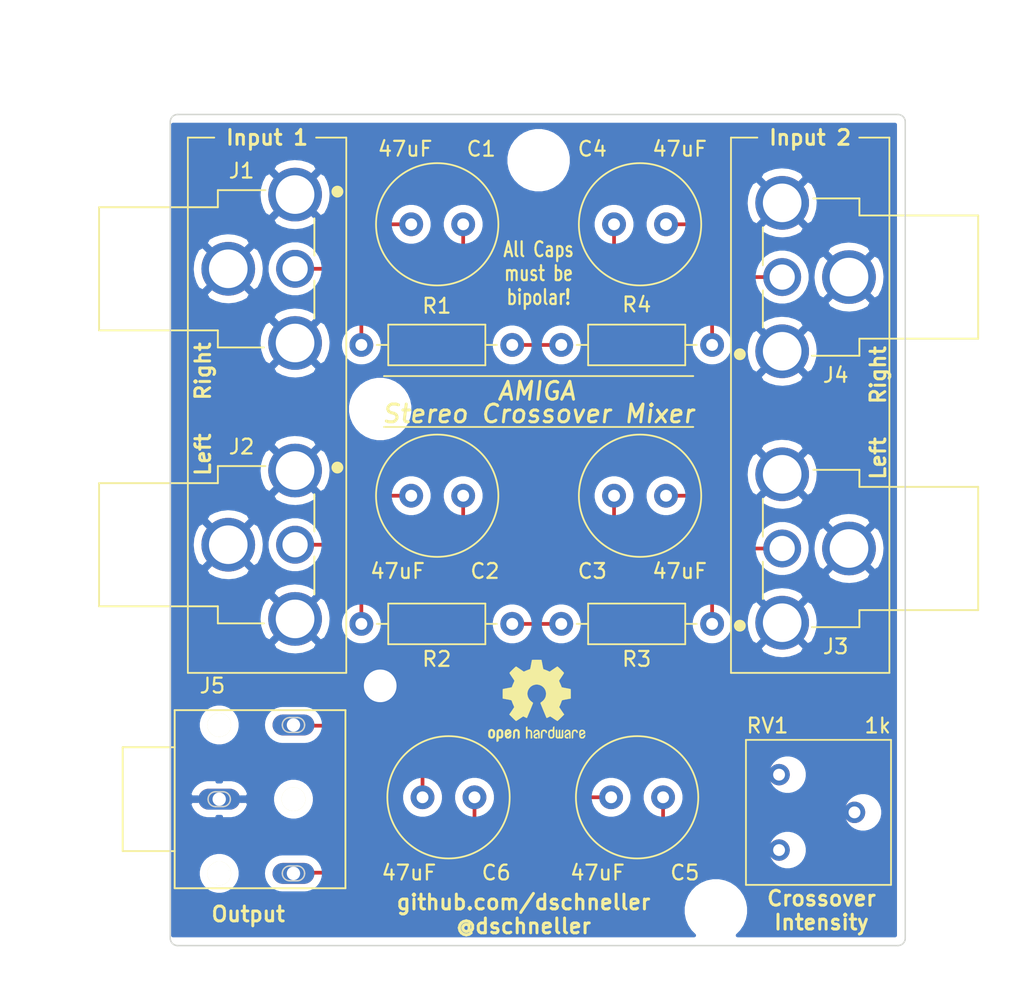
<source format=kicad_pcb>
(kicad_pcb (version 20171130) (host pcbnew "(5.1.4-0-10_14)")

  (general
    (thickness 1.6)
    (drawings 32)
    (tracks 76)
    (zones 0)
    (modules 20)
    (nets 14)
  )

  (page A4)
  (layers
    (0 F.Cu signal)
    (31 B.Cu signal)
    (33 F.Adhes user)
    (35 F.Paste user)
    (37 F.SilkS user)
    (39 F.Mask user)
    (40 Dwgs.User user)
    (41 Cmts.User user)
    (42 Eco1.User user)
    (43 Eco2.User user)
    (44 Edge.Cuts user)
    (45 Margin user)
    (46 B.CrtYd user)
    (47 F.CrtYd user)
    (49 F.Fab user)
  )

  (setup
    (last_trace_width 0.25)
    (trace_clearance 0.2)
    (zone_clearance 0.508)
    (zone_45_only yes)
    (trace_min 0.2)
    (via_size 0.8)
    (via_drill 0.4)
    (via_min_size 0.4)
    (via_min_drill 0.3)
    (uvia_size 0.3)
    (uvia_drill 0.1)
    (uvias_allowed no)
    (uvia_min_size 0.2)
    (uvia_min_drill 0.1)
    (edge_width 0.05)
    (segment_width 0.2)
    (pcb_text_width 0.3)
    (pcb_text_size 1.5 1.5)
    (mod_edge_width 0.12)
    (mod_text_size 1 1)
    (mod_text_width 0.15)
    (pad_size 2.2 2.2)
    (pad_drill 2.2)
    (pad_to_mask_clearance 0.051)
    (solder_mask_min_width 0.25)
    (aux_axis_origin 0 0)
    (visible_elements FFFFFF7F)
    (pcbplotparams
      (layerselection 0x010fc_ffffffff)
      (usegerberextensions false)
      (usegerberattributes false)
      (usegerberadvancedattributes false)
      (creategerberjobfile false)
      (excludeedgelayer true)
      (linewidth 0.100000)
      (plotframeref false)
      (viasonmask false)
      (mode 1)
      (useauxorigin false)
      (hpglpennumber 1)
      (hpglpenspeed 20)
      (hpglpendiameter 15.000000)
      (psnegative false)
      (psa4output false)
      (plotreference true)
      (plotvalue true)
      (plotinvisibletext false)
      (padsonsilk false)
      (subtractmaskfromsilk false)
      (outputformat 1)
      (mirror false)
      (drillshape 1)
      (scaleselection 1)
      (outputdirectory ""))
  )

  (net 0 "")
  (net 1 "Net-(C1-Pad1)")
  (net 2 "Net-(C1-Pad2)")
  (net 3 "Net-(C2-Pad2)")
  (net 4 "Net-(C2-Pad1)")
  (net 5 "Net-(C3-Pad1)")
  (net 6 "Net-(C3-Pad2)")
  (net 7 "Net-(C4-Pad2)")
  (net 8 "Net-(C4-Pad1)")
  (net 9 "Net-(C5-Pad1)")
  (net 10 "Net-(C5-Pad2)")
  (net 11 "Net-(C6-Pad2)")
  (net 12 "Net-(C6-Pad1)")
  (net 13 GND)

  (net_class Default "This is the default net class."
    (clearance 0.2)
    (trace_width 0.25)
    (via_dia 0.8)
    (via_drill 0.4)
    (uvia_dia 0.3)
    (uvia_drill 0.1)
    (add_net GND)
    (add_net "Net-(C1-Pad1)")
    (add_net "Net-(C1-Pad2)")
    (add_net "Net-(C2-Pad1)")
    (add_net "Net-(C2-Pad2)")
    (add_net "Net-(C3-Pad1)")
    (add_net "Net-(C3-Pad2)")
    (add_net "Net-(C4-Pad1)")
    (add_net "Net-(C4-Pad2)")
    (add_net "Net-(C5-Pad1)")
    (add_net "Net-(C5-Pad2)")
    (add_net "Net-(C6-Pad1)")
    (add_net "Net-(C6-Pad2)")
    (add_net "Net-(RV1-Pad2)")
  )

  (module Symbol:OSHW-Logo2_7.3x6mm_SilkScreen (layer F.Cu) (tedit 0) (tstamp 5D929903)
    (at 51.181 57.5)
    (descr "Open Source Hardware Symbol")
    (tags "Logo Symbol OSHW")
    (attr virtual)
    (fp_text reference REF** (at 0 0) (layer F.SilkS) hide
      (effects (font (size 1 1) (thickness 0.15)))
    )
    (fp_text value OSHW-Logo2_7.3x6mm_SilkScreen (at 0.75 0) (layer F.Fab) hide
      (effects (font (size 1 1) (thickness 0.15)))
    )
    (fp_poly (pts (xy 0.10391 -2.757652) (xy 0.182454 -2.757222) (xy 0.239298 -2.756058) (xy 0.278105 -2.753793)
      (xy 0.302538 -2.75006) (xy 0.316262 -2.744494) (xy 0.32294 -2.736727) (xy 0.326236 -2.726395)
      (xy 0.326556 -2.725057) (xy 0.331562 -2.700921) (xy 0.340829 -2.653299) (xy 0.353392 -2.587259)
      (xy 0.368287 -2.507872) (xy 0.384551 -2.420204) (xy 0.385119 -2.417125) (xy 0.40141 -2.331211)
      (xy 0.416652 -2.255304) (xy 0.429861 -2.193955) (xy 0.440054 -2.151718) (xy 0.446248 -2.133145)
      (xy 0.446543 -2.132816) (xy 0.464788 -2.123747) (xy 0.502405 -2.108633) (xy 0.551271 -2.090738)
      (xy 0.551543 -2.090642) (xy 0.613093 -2.067507) (xy 0.685657 -2.038035) (xy 0.754057 -2.008403)
      (xy 0.757294 -2.006938) (xy 0.868702 -1.956374) (xy 1.115399 -2.12484) (xy 1.191077 -2.176197)
      (xy 1.259631 -2.222111) (xy 1.317088 -2.25997) (xy 1.359476 -2.287163) (xy 1.382825 -2.301079)
      (xy 1.385042 -2.302111) (xy 1.40201 -2.297516) (xy 1.433701 -2.275345) (xy 1.481352 -2.234553)
      (xy 1.546198 -2.174095) (xy 1.612397 -2.109773) (xy 1.676214 -2.046388) (xy 1.733329 -1.988549)
      (xy 1.780305 -1.939825) (xy 1.813703 -1.90379) (xy 1.830085 -1.884016) (xy 1.830694 -1.882998)
      (xy 1.832505 -1.869428) (xy 1.825683 -1.847267) (xy 1.80854 -1.813522) (xy 1.779393 -1.7652)
      (xy 1.736555 -1.699308) (xy 1.679448 -1.614483) (xy 1.628766 -1.539823) (xy 1.583461 -1.47286)
      (xy 1.54615 -1.417484) (xy 1.519452 -1.37758) (xy 1.505985 -1.357038) (xy 1.505137 -1.355644)
      (xy 1.506781 -1.335962) (xy 1.519245 -1.297707) (xy 1.540048 -1.248111) (xy 1.547462 -1.232272)
      (xy 1.579814 -1.16171) (xy 1.614328 -1.081647) (xy 1.642365 -1.012371) (xy 1.662568 -0.960955)
      (xy 1.678615 -0.921881) (xy 1.687888 -0.901459) (xy 1.689041 -0.899886) (xy 1.706096 -0.897279)
      (xy 1.746298 -0.890137) (xy 1.804302 -0.879477) (xy 1.874763 -0.866315) (xy 1.952335 -0.851667)
      (xy 2.031672 -0.836551) (xy 2.107431 -0.821982) (xy 2.174264 -0.808978) (xy 2.226828 -0.798555)
      (xy 2.259776 -0.79173) (xy 2.267857 -0.789801) (xy 2.276205 -0.785038) (xy 2.282506 -0.774282)
      (xy 2.287045 -0.753902) (xy 2.290104 -0.720266) (xy 2.291967 -0.669745) (xy 2.292918 -0.598708)
      (xy 2.29324 -0.503524) (xy 2.293257 -0.464508) (xy 2.293257 -0.147201) (xy 2.217057 -0.132161)
      (xy 2.174663 -0.124005) (xy 2.1114 -0.112101) (xy 2.034962 -0.097884) (xy 1.953043 -0.08279)
      (xy 1.9304 -0.078645) (xy 1.854806 -0.063947) (xy 1.788953 -0.049495) (xy 1.738366 -0.036625)
      (xy 1.708574 -0.026678) (xy 1.703612 -0.023713) (xy 1.691426 -0.002717) (xy 1.673953 0.037967)
      (xy 1.654577 0.090322) (xy 1.650734 0.1016) (xy 1.625339 0.171523) (xy 1.593817 0.250418)
      (xy 1.562969 0.321266) (xy 1.562817 0.321595) (xy 1.511447 0.432733) (xy 1.680399 0.681253)
      (xy 1.849352 0.929772) (xy 1.632429 1.147058) (xy 1.566819 1.211726) (xy 1.506979 1.268733)
      (xy 1.456267 1.315033) (xy 1.418046 1.347584) (xy 1.395675 1.363343) (xy 1.392466 1.364343)
      (xy 1.373626 1.356469) (xy 1.33518 1.334578) (xy 1.28133 1.301267) (xy 1.216276 1.259131)
      (xy 1.14594 1.211943) (xy 1.074555 1.16381) (xy 1.010908 1.121928) (xy 0.959041 1.088871)
      (xy 0.922995 1.067218) (xy 0.906867 1.059543) (xy 0.887189 1.066037) (xy 0.849875 1.08315)
      (xy 0.802621 1.107326) (xy 0.797612 1.110013) (xy 0.733977 1.141927) (xy 0.690341 1.157579)
      (xy 0.663202 1.157745) (xy 0.649057 1.143204) (xy 0.648975 1.143) (xy 0.641905 1.125779)
      (xy 0.625042 1.084899) (xy 0.599695 1.023525) (xy 0.567171 0.944819) (xy 0.528778 0.851947)
      (xy 0.485822 0.748072) (xy 0.444222 0.647502) (xy 0.398504 0.536516) (xy 0.356526 0.433703)
      (xy 0.319548 0.342215) (xy 0.288827 0.265201) (xy 0.265622 0.205815) (xy 0.25119 0.167209)
      (xy 0.246743 0.1528) (xy 0.257896 0.136272) (xy 0.287069 0.10993) (xy 0.325971 0.080887)
      (xy 0.436757 -0.010961) (xy 0.523351 -0.116241) (xy 0.584716 -0.232734) (xy 0.619815 -0.358224)
      (xy 0.627608 -0.490493) (xy 0.621943 -0.551543) (xy 0.591078 -0.678205) (xy 0.53792 -0.790059)
      (xy 0.465767 -0.885999) (xy 0.377917 -0.964924) (xy 0.277665 -1.02573) (xy 0.16831 -1.067313)
      (xy 0.053147 -1.088572) (xy -0.064525 -1.088401) (xy -0.18141 -1.065699) (xy -0.294211 -1.019362)
      (xy -0.399631 -0.948287) (xy -0.443632 -0.908089) (xy -0.528021 -0.804871) (xy -0.586778 -0.692075)
      (xy -0.620296 -0.57299) (xy -0.628965 -0.450905) (xy -0.613177 -0.329107) (xy -0.573322 -0.210884)
      (xy -0.509793 -0.099525) (xy -0.422979 0.001684) (xy -0.325971 0.080887) (xy -0.285563 0.111162)
      (xy -0.257018 0.137219) (xy -0.246743 0.152825) (xy -0.252123 0.169843) (xy -0.267425 0.2105)
      (xy -0.291388 0.271642) (xy -0.322756 0.350119) (xy -0.360268 0.44278) (xy -0.402667 0.546472)
      (xy -0.444337 0.647526) (xy -0.49031 0.758607) (xy -0.532893 0.861541) (xy -0.570779 0.953165)
      (xy -0.60266 1.030316) (xy -0.627229 1.089831) (xy -0.64318 1.128544) (xy -0.64909 1.143)
      (xy -0.663052 1.157685) (xy -0.69006 1.157642) (xy -0.733587 1.142099) (xy -0.79711 1.110284)
      (xy -0.797612 1.110013) (xy -0.84544 1.085323) (xy -0.884103 1.067338) (xy -0.905905 1.059614)
      (xy -0.906867 1.059543) (xy -0.923279 1.067378) (xy -0.959513 1.089165) (xy -1.011526 1.122328)
      (xy -1.075275 1.164291) (xy -1.14594 1.211943) (xy -1.217884 1.260191) (xy -1.282726 1.302151)
      (xy -1.336265 1.335227) (xy -1.374303 1.356821) (xy -1.392467 1.364343) (xy -1.409192 1.354457)
      (xy -1.44282 1.326826) (xy -1.48999 1.284495) (xy -1.547342 1.230505) (xy -1.611516 1.167899)
      (xy -1.632503 1.146983) (xy -1.849501 0.929623) (xy -1.684332 0.68722) (xy -1.634136 0.612781)
      (xy -1.590081 0.545972) (xy -1.554638 0.490665) (xy -1.530281 0.450729) (xy -1.519478 0.430036)
      (xy -1.519162 0.428563) (xy -1.524857 0.409058) (xy -1.540174 0.369822) (xy -1.562463 0.31743)
      (xy -1.578107 0.282355) (xy -1.607359 0.215201) (xy -1.634906 0.147358) (xy -1.656263 0.090034)
      (xy -1.662065 0.072572) (xy -1.678548 0.025938) (xy -1.69466 -0.010095) (xy -1.70351 -0.023713)
      (xy -1.72304 -0.032048) (xy -1.765666 -0.043863) (xy -1.825855 -0.057819) (xy -1.898078 -0.072578)
      (xy -1.9304 -0.078645) (xy -2.012478 -0.093727) (xy -2.091205 -0.108331) (xy -2.158891 -0.12102)
      (xy -2.20784 -0.130358) (xy -2.217057 -0.132161) (xy -2.293257 -0.147201) (xy -2.293257 -0.464508)
      (xy -2.293086 -0.568846) (xy -2.292384 -0.647787) (xy -2.290866 -0.704962) (xy -2.288251 -0.744001)
      (xy -2.284254 -0.768535) (xy -2.278591 -0.782195) (xy -2.27098 -0.788611) (xy -2.267857 -0.789801)
      (xy -2.249022 -0.79402) (xy -2.207412 -0.802438) (xy -2.14837 -0.814039) (xy -2.077243 -0.827805)
      (xy -1.999375 -0.84272) (xy -1.920113 -0.857768) (xy -1.844802 -0.871931) (xy -1.778787 -0.884194)
      (xy -1.727413 -0.893539) (xy -1.696025 -0.89895) (xy -1.689041 -0.899886) (xy -1.682715 -0.912404)
      (xy -1.66871 -0.945754) (xy -1.649645 -0.993623) (xy -1.642366 -1.012371) (xy -1.613004 -1.084805)
      (xy -1.578429 -1.16483) (xy -1.547463 -1.232272) (xy -1.524677 -1.283841) (xy -1.509518 -1.326215)
      (xy -1.504458 -1.352166) (xy -1.505264 -1.355644) (xy -1.515959 -1.372064) (xy -1.54038 -1.408583)
      (xy -1.575905 -1.461313) (xy -1.619913 -1.526365) (xy -1.669783 -1.599849) (xy -1.679644 -1.614355)
      (xy -1.737508 -1.700296) (xy -1.780044 -1.765739) (xy -1.808946 -1.813696) (xy -1.82591 -1.84718)
      (xy -1.832633 -1.869205) (xy -1.83081 -1.882783) (xy -1.830764 -1.882869) (xy -1.816414 -1.900703)
      (xy -1.784677 -1.935183) (xy -1.73899 -1.982732) (xy -1.682796 -2.039778) (xy -1.619532 -2.102745)
      (xy -1.612398 -2.109773) (xy -1.53267 -2.18698) (xy -1.471143 -2.24367) (xy -1.426579 -2.28089)
      (xy -1.397743 -2.299685) (xy -1.385042 -2.302111) (xy -1.366506 -2.291529) (xy -1.328039 -2.267084)
      (xy -1.273614 -2.231388) (xy -1.207202 -2.187053) (xy -1.132775 -2.136689) (xy -1.115399 -2.12484)
      (xy -0.868703 -1.956374) (xy -0.757294 -2.006938) (xy -0.689543 -2.036405) (xy -0.616817 -2.066041)
      (xy -0.554297 -2.08967) (xy -0.551543 -2.090642) (xy -0.50264 -2.108543) (xy -0.464943 -2.12368)
      (xy -0.446575 -2.13279) (xy -0.446544 -2.132816) (xy -0.440715 -2.149283) (xy -0.430808 -2.189781)
      (xy -0.417805 -2.249758) (xy -0.402691 -2.32466) (xy -0.386448 -2.409936) (xy -0.385119 -2.417125)
      (xy -0.368825 -2.504986) (xy -0.353867 -2.58474) (xy -0.341209 -2.651319) (xy -0.331814 -2.699653)
      (xy -0.326646 -2.724675) (xy -0.326556 -2.725057) (xy -0.323411 -2.735701) (xy -0.317296 -2.743738)
      (xy -0.304547 -2.749533) (xy -0.2815 -2.753453) (xy -0.244491 -2.755865) (xy -0.189856 -2.757135)
      (xy -0.113933 -2.757629) (xy -0.013056 -2.757714) (xy 0 -2.757714) (xy 0.10391 -2.757652)) (layer F.SilkS) (width 0.01))
    (fp_poly (pts (xy 3.153595 1.966966) (xy 3.211021 2.004497) (xy 3.238719 2.038096) (xy 3.260662 2.099064)
      (xy 3.262405 2.147308) (xy 3.258457 2.211816) (xy 3.109686 2.276934) (xy 3.037349 2.310202)
      (xy 2.990084 2.336964) (xy 2.965507 2.360144) (xy 2.961237 2.382667) (xy 2.974889 2.407455)
      (xy 2.989943 2.423886) (xy 3.033746 2.450235) (xy 3.081389 2.452081) (xy 3.125145 2.431546)
      (xy 3.157289 2.390752) (xy 3.163038 2.376347) (xy 3.190576 2.331356) (xy 3.222258 2.312182)
      (xy 3.265714 2.295779) (xy 3.265714 2.357966) (xy 3.261872 2.400283) (xy 3.246823 2.435969)
      (xy 3.21528 2.476943) (xy 3.210592 2.482267) (xy 3.175506 2.51872) (xy 3.145347 2.538283)
      (xy 3.107615 2.547283) (xy 3.076335 2.55023) (xy 3.020385 2.550965) (xy 2.980555 2.54166)
      (xy 2.955708 2.527846) (xy 2.916656 2.497467) (xy 2.889625 2.464613) (xy 2.872517 2.423294)
      (xy 2.863238 2.367521) (xy 2.859693 2.291305) (xy 2.85941 2.252622) (xy 2.860372 2.206247)
      (xy 2.948007 2.206247) (xy 2.949023 2.231126) (xy 2.951556 2.2352) (xy 2.968274 2.229665)
      (xy 3.004249 2.215017) (xy 3.052331 2.19419) (xy 3.062386 2.189714) (xy 3.123152 2.158814)
      (xy 3.156632 2.131657) (xy 3.16399 2.10622) (xy 3.146391 2.080481) (xy 3.131856 2.069109)
      (xy 3.07941 2.046364) (xy 3.030322 2.050122) (xy 2.989227 2.077884) (xy 2.960758 2.127152)
      (xy 2.951631 2.166257) (xy 2.948007 2.206247) (xy 2.860372 2.206247) (xy 2.861285 2.162249)
      (xy 2.868196 2.095384) (xy 2.881884 2.046695) (xy 2.904096 2.010849) (xy 2.936574 1.982513)
      (xy 2.950733 1.973355) (xy 3.015053 1.949507) (xy 3.085473 1.948006) (xy 3.153595 1.966966)) (layer F.SilkS) (width 0.01))
    (fp_poly (pts (xy 2.6526 1.958752) (xy 2.669948 1.966334) (xy 2.711356 1.999128) (xy 2.746765 2.046547)
      (xy 2.768664 2.097151) (xy 2.772229 2.122098) (xy 2.760279 2.156927) (xy 2.734067 2.175357)
      (xy 2.705964 2.186516) (xy 2.693095 2.188572) (xy 2.686829 2.173649) (xy 2.674456 2.141175)
      (xy 2.669028 2.126502) (xy 2.63859 2.075744) (xy 2.59452 2.050427) (xy 2.53801 2.051206)
      (xy 2.533825 2.052203) (xy 2.503655 2.066507) (xy 2.481476 2.094393) (xy 2.466327 2.139287)
      (xy 2.45725 2.204615) (xy 2.453286 2.293804) (xy 2.452914 2.341261) (xy 2.45273 2.416071)
      (xy 2.451522 2.467069) (xy 2.448309 2.499471) (xy 2.442109 2.518495) (xy 2.43194 2.529356)
      (xy 2.416819 2.537272) (xy 2.415946 2.53767) (xy 2.386828 2.549981) (xy 2.372403 2.554514)
      (xy 2.370186 2.540809) (xy 2.368289 2.502925) (xy 2.366847 2.445715) (xy 2.365998 2.374027)
      (xy 2.365829 2.321565) (xy 2.366692 2.220047) (xy 2.37007 2.143032) (xy 2.377142 2.086023)
      (xy 2.389088 2.044526) (xy 2.40709 2.014043) (xy 2.432327 1.99008) (xy 2.457247 1.973355)
      (xy 2.517171 1.951097) (xy 2.586911 1.946076) (xy 2.6526 1.958752)) (layer F.SilkS) (width 0.01))
    (fp_poly (pts (xy 2.144876 1.956335) (xy 2.186667 1.975344) (xy 2.219469 1.998378) (xy 2.243503 2.024133)
      (xy 2.260097 2.057358) (xy 2.270577 2.1028) (xy 2.276271 2.165207) (xy 2.278507 2.249327)
      (xy 2.278743 2.304721) (xy 2.278743 2.520826) (xy 2.241774 2.53767) (xy 2.212656 2.549981)
      (xy 2.198231 2.554514) (xy 2.195472 2.541025) (xy 2.193282 2.504653) (xy 2.191942 2.451542)
      (xy 2.191657 2.409372) (xy 2.190434 2.348447) (xy 2.187136 2.300115) (xy 2.182321 2.270518)
      (xy 2.178496 2.264229) (xy 2.152783 2.270652) (xy 2.112418 2.287125) (xy 2.065679 2.309458)
      (xy 2.020845 2.333457) (xy 1.986193 2.35493) (xy 1.970002 2.369685) (xy 1.969938 2.369845)
      (xy 1.97133 2.397152) (xy 1.983818 2.423219) (xy 2.005743 2.444392) (xy 2.037743 2.451474)
      (xy 2.065092 2.450649) (xy 2.103826 2.450042) (xy 2.124158 2.459116) (xy 2.136369 2.483092)
      (xy 2.137909 2.487613) (xy 2.143203 2.521806) (xy 2.129047 2.542568) (xy 2.092148 2.552462)
      (xy 2.052289 2.554292) (xy 1.980562 2.540727) (xy 1.943432 2.521355) (xy 1.897576 2.475845)
      (xy 1.873256 2.419983) (xy 1.871073 2.360957) (xy 1.891629 2.305953) (xy 1.922549 2.271486)
      (xy 1.95342 2.252189) (xy 2.001942 2.227759) (xy 2.058485 2.202985) (xy 2.06791 2.199199)
      (xy 2.130019 2.171791) (xy 2.165822 2.147634) (xy 2.177337 2.123619) (xy 2.16658 2.096635)
      (xy 2.148114 2.075543) (xy 2.104469 2.049572) (xy 2.056446 2.047624) (xy 2.012406 2.067637)
      (xy 1.980709 2.107551) (xy 1.976549 2.117848) (xy 1.952327 2.155724) (xy 1.916965 2.183842)
      (xy 1.872343 2.206917) (xy 1.872343 2.141485) (xy 1.874969 2.101506) (xy 1.88623 2.069997)
      (xy 1.911199 2.036378) (xy 1.935169 2.010484) (xy 1.972441 1.973817) (xy 2.001401 1.954121)
      (xy 2.032505 1.94622) (xy 2.067713 1.944914) (xy 2.144876 1.956335)) (layer F.SilkS) (width 0.01))
    (fp_poly (pts (xy 1.779833 1.958663) (xy 1.782048 1.99685) (xy 1.783784 2.054886) (xy 1.784899 2.12818)
      (xy 1.785257 2.205055) (xy 1.785257 2.465196) (xy 1.739326 2.511127) (xy 1.707675 2.539429)
      (xy 1.67989 2.550893) (xy 1.641915 2.550168) (xy 1.62684 2.548321) (xy 1.579726 2.542948)
      (xy 1.540756 2.539869) (xy 1.531257 2.539585) (xy 1.499233 2.541445) (xy 1.453432 2.546114)
      (xy 1.435674 2.548321) (xy 1.392057 2.551735) (xy 1.362745 2.54432) (xy 1.33368 2.521427)
      (xy 1.323188 2.511127) (xy 1.277257 2.465196) (xy 1.277257 1.978602) (xy 1.314226 1.961758)
      (xy 1.346059 1.949282) (xy 1.364683 1.944914) (xy 1.369458 1.958718) (xy 1.373921 1.997286)
      (xy 1.377775 2.056356) (xy 1.380722 2.131663) (xy 1.382143 2.195286) (xy 1.386114 2.445657)
      (xy 1.420759 2.450556) (xy 1.452268 2.447131) (xy 1.467708 2.436041) (xy 1.472023 2.415308)
      (xy 1.475708 2.371145) (xy 1.478469 2.309146) (xy 1.480012 2.234909) (xy 1.480235 2.196706)
      (xy 1.480457 1.976783) (xy 1.526166 1.960849) (xy 1.558518 1.950015) (xy 1.576115 1.944962)
      (xy 1.576623 1.944914) (xy 1.578388 1.958648) (xy 1.580329 1.99673) (xy 1.582282 2.054482)
      (xy 1.584084 2.127227) (xy 1.585343 2.195286) (xy 1.589314 2.445657) (xy 1.6764 2.445657)
      (xy 1.680396 2.21724) (xy 1.684392 1.988822) (xy 1.726847 1.966868) (xy 1.758192 1.951793)
      (xy 1.776744 1.944951) (xy 1.777279 1.944914) (xy 1.779833 1.958663)) (layer F.SilkS) (width 0.01))
    (fp_poly (pts (xy 1.190117 2.065358) (xy 1.189933 2.173837) (xy 1.189219 2.257287) (xy 1.187675 2.319704)
      (xy 1.185001 2.365085) (xy 1.180894 2.397429) (xy 1.175055 2.420733) (xy 1.167182 2.438995)
      (xy 1.161221 2.449418) (xy 1.111855 2.505945) (xy 1.049264 2.541377) (xy 0.980013 2.55409)
      (xy 0.910668 2.542463) (xy 0.869375 2.521568) (xy 0.826025 2.485422) (xy 0.796481 2.441276)
      (xy 0.778655 2.383462) (xy 0.770463 2.306313) (xy 0.769302 2.249714) (xy 0.769458 2.245647)
      (xy 0.870857 2.245647) (xy 0.871476 2.31055) (xy 0.874314 2.353514) (xy 0.88084 2.381622)
      (xy 0.892523 2.401953) (xy 0.906483 2.417288) (xy 0.953365 2.44689) (xy 1.003701 2.449419)
      (xy 1.051276 2.424705) (xy 1.054979 2.421356) (xy 1.070783 2.403935) (xy 1.080693 2.383209)
      (xy 1.086058 2.352362) (xy 1.088228 2.304577) (xy 1.088571 2.251748) (xy 1.087827 2.185381)
      (xy 1.084748 2.141106) (xy 1.078061 2.112009) (xy 1.066496 2.091173) (xy 1.057013 2.080107)
      (xy 1.01296 2.052198) (xy 0.962224 2.048843) (xy 0.913796 2.070159) (xy 0.90445 2.078073)
      (xy 0.88854 2.095647) (xy 0.87861 2.116587) (xy 0.873278 2.147782) (xy 0.871163 2.196122)
      (xy 0.870857 2.245647) (xy 0.769458 2.245647) (xy 0.77281 2.158568) (xy 0.784726 2.090086)
      (xy 0.807135 2.0386) (xy 0.842124 1.998443) (xy 0.869375 1.977861) (xy 0.918907 1.955625)
      (xy 0.976316 1.945304) (xy 1.029682 1.948067) (xy 1.059543 1.959212) (xy 1.071261 1.962383)
      (xy 1.079037 1.950557) (xy 1.084465 1.918866) (xy 1.088571 1.870593) (xy 1.093067 1.816829)
      (xy 1.099313 1.784482) (xy 1.110676 1.765985) (xy 1.130528 1.75377) (xy 1.143 1.748362)
      (xy 1.190171 1.728601) (xy 1.190117 2.065358)) (layer F.SilkS) (width 0.01))
    (fp_poly (pts (xy 0.529926 1.949755) (xy 0.595858 1.974084) (xy 0.649273 2.017117) (xy 0.670164 2.047409)
      (xy 0.692939 2.102994) (xy 0.692466 2.143186) (xy 0.668562 2.170217) (xy 0.659717 2.174813)
      (xy 0.62153 2.189144) (xy 0.602028 2.185472) (xy 0.595422 2.161407) (xy 0.595086 2.148114)
      (xy 0.582992 2.09921) (xy 0.551471 2.064999) (xy 0.507659 2.048476) (xy 0.458695 2.052634)
      (xy 0.418894 2.074227) (xy 0.40545 2.086544) (xy 0.395921 2.101487) (xy 0.389485 2.124075)
      (xy 0.385317 2.159328) (xy 0.382597 2.212266) (xy 0.380502 2.287907) (xy 0.37996 2.311857)
      (xy 0.377981 2.39379) (xy 0.375731 2.451455) (xy 0.372357 2.489608) (xy 0.367006 2.513004)
      (xy 0.358824 2.526398) (xy 0.346959 2.534545) (xy 0.339362 2.538144) (xy 0.307102 2.550452)
      (xy 0.288111 2.554514) (xy 0.281836 2.540948) (xy 0.278006 2.499934) (xy 0.2766 2.430999)
      (xy 0.277598 2.333669) (xy 0.277908 2.318657) (xy 0.280101 2.229859) (xy 0.282693 2.165019)
      (xy 0.286382 2.119067) (xy 0.291864 2.086935) (xy 0.299835 2.063553) (xy 0.310993 2.043852)
      (xy 0.31683 2.03541) (xy 0.350296 1.998057) (xy 0.387727 1.969003) (xy 0.392309 1.966467)
      (xy 0.459426 1.946443) (xy 0.529926 1.949755)) (layer F.SilkS) (width 0.01))
    (fp_poly (pts (xy 0.039744 1.950968) (xy 0.096616 1.972087) (xy 0.097267 1.972493) (xy 0.13244 1.99838)
      (xy 0.158407 2.028633) (xy 0.17667 2.068058) (xy 0.188732 2.121462) (xy 0.196096 2.193651)
      (xy 0.200264 2.289432) (xy 0.200629 2.303078) (xy 0.205876 2.508842) (xy 0.161716 2.531678)
      (xy 0.129763 2.54711) (xy 0.11047 2.554423) (xy 0.109578 2.554514) (xy 0.106239 2.541022)
      (xy 0.103587 2.504626) (xy 0.101956 2.451452) (xy 0.1016 2.408393) (xy 0.101592 2.338641)
      (xy 0.098403 2.294837) (xy 0.087288 2.273944) (xy 0.063501 2.272925) (xy 0.022296 2.288741)
      (xy -0.039914 2.317815) (xy -0.085659 2.341963) (xy -0.109187 2.362913) (xy -0.116104 2.385747)
      (xy -0.116114 2.386877) (xy -0.104701 2.426212) (xy -0.070908 2.447462) (xy -0.019191 2.450539)
      (xy 0.018061 2.450006) (xy 0.037703 2.460735) (xy 0.049952 2.486505) (xy 0.057002 2.519337)
      (xy 0.046842 2.537966) (xy 0.043017 2.540632) (xy 0.007001 2.55134) (xy -0.043434 2.552856)
      (xy -0.095374 2.545759) (xy -0.132178 2.532788) (xy -0.183062 2.489585) (xy -0.211986 2.429446)
      (xy -0.217714 2.382462) (xy -0.213343 2.340082) (xy -0.197525 2.305488) (xy -0.166203 2.274763)
      (xy -0.115322 2.24399) (xy -0.040824 2.209252) (xy -0.036286 2.207288) (xy 0.030821 2.176287)
      (xy 0.072232 2.150862) (xy 0.089981 2.128014) (xy 0.086107 2.104745) (xy 0.062643 2.078056)
      (xy 0.055627 2.071914) (xy 0.00863 2.0481) (xy -0.040067 2.049103) (xy -0.082478 2.072451)
      (xy -0.110616 2.115675) (xy -0.113231 2.12416) (xy -0.138692 2.165308) (xy -0.170999 2.185128)
      (xy -0.217714 2.20477) (xy -0.217714 2.15395) (xy -0.203504 2.080082) (xy -0.161325 2.012327)
      (xy -0.139376 1.989661) (xy -0.089483 1.960569) (xy -0.026033 1.9474) (xy 0.039744 1.950968)) (layer F.SilkS) (width 0.01))
    (fp_poly (pts (xy -0.624114 1.851289) (xy -0.619861 1.910613) (xy -0.614975 1.945572) (xy -0.608205 1.96082)
      (xy -0.598298 1.961015) (xy -0.595086 1.959195) (xy -0.552356 1.946015) (xy -0.496773 1.946785)
      (xy -0.440263 1.960333) (xy -0.404918 1.977861) (xy -0.368679 2.005861) (xy -0.342187 2.037549)
      (xy -0.324001 2.077813) (xy -0.312678 2.131543) (xy -0.306778 2.203626) (xy -0.304857 2.298951)
      (xy -0.304823 2.317237) (xy -0.3048 2.522646) (xy -0.350509 2.53858) (xy -0.382973 2.54942)
      (xy -0.400785 2.554468) (xy -0.401309 2.554514) (xy -0.403063 2.540828) (xy -0.404556 2.503076)
      (xy -0.405674 2.446224) (xy -0.406303 2.375234) (xy -0.4064 2.332073) (xy -0.406602 2.246973)
      (xy -0.407642 2.185981) (xy -0.410169 2.144177) (xy -0.414836 2.116642) (xy -0.422293 2.098456)
      (xy -0.433189 2.084698) (xy -0.439993 2.078073) (xy -0.486728 2.051375) (xy -0.537728 2.049375)
      (xy -0.583999 2.071955) (xy -0.592556 2.080107) (xy -0.605107 2.095436) (xy -0.613812 2.113618)
      (xy -0.619369 2.139909) (xy -0.622474 2.179562) (xy -0.623824 2.237832) (xy -0.624114 2.318173)
      (xy -0.624114 2.522646) (xy -0.669823 2.53858) (xy -0.702287 2.54942) (xy -0.720099 2.554468)
      (xy -0.720623 2.554514) (xy -0.721963 2.540623) (xy -0.723172 2.501439) (xy -0.724199 2.4407)
      (xy -0.724998 2.362141) (xy -0.725519 2.269498) (xy -0.725714 2.166509) (xy -0.725714 1.769342)
      (xy -0.678543 1.749444) (xy -0.631371 1.729547) (xy -0.624114 1.851289)) (layer F.SilkS) (width 0.01))
    (fp_poly (pts (xy -1.831697 1.931239) (xy -1.774473 1.969735) (xy -1.730251 2.025335) (xy -1.703833 2.096086)
      (xy -1.69849 2.148162) (xy -1.699097 2.169893) (xy -1.704178 2.186531) (xy -1.718145 2.201437)
      (xy -1.745411 2.217973) (xy -1.790388 2.239498) (xy -1.857489 2.269374) (xy -1.857829 2.269524)
      (xy -1.919593 2.297813) (xy -1.970241 2.322933) (xy -2.004596 2.342179) (xy -2.017482 2.352848)
      (xy -2.017486 2.352934) (xy -2.006128 2.376166) (xy -1.979569 2.401774) (xy -1.949077 2.420221)
      (xy -1.93363 2.423886) (xy -1.891485 2.411212) (xy -1.855192 2.379471) (xy -1.837483 2.344572)
      (xy -1.820448 2.318845) (xy -1.787078 2.289546) (xy -1.747851 2.264235) (xy -1.713244 2.250471)
      (xy -1.706007 2.249714) (xy -1.697861 2.26216) (xy -1.69737 2.293972) (xy -1.703357 2.336866)
      (xy -1.714643 2.382558) (xy -1.73005 2.422761) (xy -1.730829 2.424322) (xy -1.777196 2.489062)
      (xy -1.837289 2.533097) (xy -1.905535 2.554711) (xy -1.976362 2.552185) (xy -2.044196 2.523804)
      (xy -2.047212 2.521808) (xy -2.100573 2.473448) (xy -2.13566 2.410352) (xy -2.155078 2.327387)
      (xy -2.157684 2.304078) (xy -2.162299 2.194055) (xy -2.156767 2.142748) (xy -2.017486 2.142748)
      (xy -2.015676 2.174753) (xy -2.005778 2.184093) (xy -1.981102 2.177105) (xy -1.942205 2.160587)
      (xy -1.898725 2.139881) (xy -1.897644 2.139333) (xy -1.860791 2.119949) (xy -1.846 2.107013)
      (xy -1.849647 2.093451) (xy -1.865005 2.075632) (xy -1.904077 2.049845) (xy -1.946154 2.04795)
      (xy -1.983897 2.066717) (xy -2.009966 2.102915) (xy -2.017486 2.142748) (xy -2.156767 2.142748)
      (xy -2.152806 2.106027) (xy -2.12845 2.036212) (xy -2.094544 1.987302) (xy -2.033347 1.937878)
      (xy -1.965937 1.913359) (xy -1.89712 1.911797) (xy -1.831697 1.931239)) (layer F.SilkS) (width 0.01))
    (fp_poly (pts (xy -2.958885 1.921962) (xy -2.890855 1.957733) (xy -2.840649 2.015301) (xy -2.822815 2.052312)
      (xy -2.808937 2.107882) (xy -2.801833 2.178096) (xy -2.80116 2.254727) (xy -2.806573 2.329552)
      (xy -2.81773 2.394342) (xy -2.834286 2.440873) (xy -2.839374 2.448887) (xy -2.899645 2.508707)
      (xy -2.971231 2.544535) (xy -3.048908 2.55502) (xy -3.127452 2.53881) (xy -3.149311 2.529092)
      (xy -3.191878 2.499143) (xy -3.229237 2.459433) (xy -3.232768 2.454397) (xy -3.247119 2.430124)
      (xy -3.256606 2.404178) (xy -3.26221 2.370022) (xy -3.264914 2.321119) (xy -3.265701 2.250935)
      (xy -3.265714 2.2352) (xy -3.265678 2.230192) (xy -3.120571 2.230192) (xy -3.119727 2.29643)
      (xy -3.116404 2.340386) (xy -3.109417 2.368779) (xy -3.097584 2.388325) (xy -3.091543 2.394857)
      (xy -3.056814 2.41968) (xy -3.023097 2.418548) (xy -2.989005 2.397016) (xy -2.968671 2.374029)
      (xy -2.956629 2.340478) (xy -2.949866 2.287569) (xy -2.949402 2.281399) (xy -2.948248 2.185513)
      (xy -2.960312 2.114299) (xy -2.98543 2.068194) (xy -3.02344 2.047635) (xy -3.037008 2.046514)
      (xy -3.072636 2.052152) (xy -3.097006 2.071686) (xy -3.111907 2.109042) (xy -3.119125 2.16815)
      (xy -3.120571 2.230192) (xy -3.265678 2.230192) (xy -3.265174 2.160413) (xy -3.262904 2.108159)
      (xy -3.257932 2.071949) (xy -3.249287 2.045299) (xy -3.235995 2.021722) (xy -3.233057 2.017338)
      (xy -3.183687 1.958249) (xy -3.129891 1.923947) (xy -3.064398 1.910331) (xy -3.042158 1.909665)
      (xy -2.958885 1.921962)) (layer F.SilkS) (width 0.01))
    (fp_poly (pts (xy -1.283907 1.92778) (xy -1.237328 1.954723) (xy -1.204943 1.981466) (xy -1.181258 2.009484)
      (xy -1.164941 2.043748) (xy -1.154661 2.089227) (xy -1.149086 2.150892) (xy -1.146884 2.233711)
      (xy -1.146629 2.293246) (xy -1.146629 2.512391) (xy -1.208314 2.540044) (xy -1.27 2.567697)
      (xy -1.277257 2.32767) (xy -1.280256 2.238028) (xy -1.283402 2.172962) (xy -1.287299 2.128026)
      (xy -1.292553 2.09877) (xy -1.299769 2.080748) (xy -1.30955 2.069511) (xy -1.312688 2.067079)
      (xy -1.360239 2.048083) (xy -1.408303 2.0556) (xy -1.436914 2.075543) (xy -1.448553 2.089675)
      (xy -1.456609 2.10822) (xy -1.461729 2.136334) (xy -1.464559 2.179173) (xy -1.465744 2.241895)
      (xy -1.465943 2.307261) (xy -1.465982 2.389268) (xy -1.467386 2.447316) (xy -1.472086 2.486465)
      (xy -1.482013 2.51178) (xy -1.499097 2.528323) (xy -1.525268 2.541156) (xy -1.560225 2.554491)
      (xy -1.598404 2.569007) (xy -1.593859 2.311389) (xy -1.592029 2.218519) (xy -1.589888 2.149889)
      (xy -1.586819 2.100711) (xy -1.582206 2.066198) (xy -1.575432 2.041562) (xy -1.565881 2.022016)
      (xy -1.554366 2.00477) (xy -1.49881 1.94968) (xy -1.43102 1.917822) (xy -1.357287 1.910191)
      (xy -1.283907 1.92778)) (layer F.SilkS) (width 0.01))
    (fp_poly (pts (xy -2.400256 1.919918) (xy -2.344799 1.947568) (xy -2.295852 1.99848) (xy -2.282371 2.017338)
      (xy -2.267686 2.042015) (xy -2.258158 2.068816) (xy -2.252707 2.104587) (xy -2.250253 2.156169)
      (xy -2.249714 2.224267) (xy -2.252148 2.317588) (xy -2.260606 2.387657) (xy -2.276826 2.439931)
      (xy -2.302546 2.479869) (xy -2.339503 2.512929) (xy -2.342218 2.514886) (xy -2.37864 2.534908)
      (xy -2.422498 2.544815) (xy -2.478276 2.547257) (xy -2.568952 2.547257) (xy -2.56899 2.635283)
      (xy -2.569834 2.684308) (xy -2.574976 2.713065) (xy -2.588413 2.730311) (xy -2.614142 2.744808)
      (xy -2.620321 2.747769) (xy -2.649236 2.761648) (xy -2.671624 2.770414) (xy -2.688271 2.771171)
      (xy -2.699964 2.761023) (xy -2.70749 2.737073) (xy -2.711634 2.696426) (xy -2.713185 2.636186)
      (xy -2.712929 2.553455) (xy -2.711651 2.445339) (xy -2.711252 2.413) (xy -2.709815 2.301524)
      (xy -2.708528 2.228603) (xy -2.569029 2.228603) (xy -2.568245 2.290499) (xy -2.56476 2.330997)
      (xy -2.556876 2.357708) (xy -2.542895 2.378244) (xy -2.533403 2.38826) (xy -2.494596 2.417567)
      (xy -2.460237 2.419952) (xy -2.424784 2.39575) (xy -2.423886 2.394857) (xy -2.409461 2.376153)
      (xy -2.400687 2.350732) (xy -2.396261 2.311584) (xy -2.394882 2.251697) (xy -2.394857 2.23843)
      (xy -2.398188 2.155901) (xy -2.409031 2.098691) (xy -2.42866 2.063766) (xy -2.45835 2.048094)
      (xy -2.475509 2.046514) (xy -2.516234 2.053926) (xy -2.544168 2.07833) (xy -2.560983 2.12298)
      (xy -2.56835 2.19113) (xy -2.569029 2.228603) (xy -2.708528 2.228603) (xy -2.708292 2.215245)
      (xy -2.706323 2.150333) (xy -2.70355 2.102958) (xy -2.699612 2.06929) (xy -2.694151 2.045498)
      (xy -2.686808 2.027753) (xy -2.677223 2.012224) (xy -2.673113 2.006381) (xy -2.618595 1.951185)
      (xy -2.549664 1.91989) (xy -2.469928 1.911165) (xy -2.400256 1.919918)) (layer F.SilkS) (width 0.01))
  )

  (module MountingHole:MountingHole_2.2mm_M2_DIN965 (layer F.Cu) (tedit 56D1B4CB) (tstamp 5D927192)
    (at 40.64 56.5)
    (descr "Mounting Hole 2.2mm, no annular, M2, DIN965")
    (tags "mounting hole 2.2mm no annular m2 din965")
    (path /5DA521CE)
    (solder_mask_margin 0.5)
    (clearance 1)
    (attr virtual)
    (fp_text reference H3 (at 0 -2.9) (layer F.SilkS) hide
      (effects (font (size 1 1) (thickness 0.15)))
    )
    (fp_text value MountingHole (at 0 2.9) (layer F.Fab)
      (effects (font (size 1 1) (thickness 0.15)))
    )
    (fp_circle (center 0 0) (end 2.15 0) (layer F.CrtYd) (width 0.05))
    (fp_circle (center 0 0) (end 1.9 0) (layer Cmts.User) (width 0.15))
    (fp_text user %R (at 0.3 0) (layer F.Fab)
      (effects (font (size 1 1) (thickness 0.15)))
    )
    (pad 1 np_thru_hole circle (at 0 0) (size 2.2 2.2) (drill 2.2) (layers *.Cu *.Mask))
  )

  (module MountingHole:MountingHole_2.2mm_M2_DIN965 (layer F.Cu) (tedit 56D1B4CB) (tstamp 5D9283DE)
    (at 63.246 71.628)
    (descr "Mounting Hole 2.2mm, no annular, M2, DIN965")
    (tags "mounting hole 2.2mm no annular m2 din965")
    (path /5DA51E32)
    (solder_mask_margin 0.5)
    (clearance 1)
    (attr virtual)
    (fp_text reference H2 (at 0 -2.9) (layer F.SilkS) hide
      (effects (font (size 1 1) (thickness 0.15)))
    )
    (fp_text value MountingHole (at 0 2.9) (layer F.Fab)
      (effects (font (size 1 1) (thickness 0.15)))
    )
    (fp_circle (center 0 0) (end 2.15 0) (layer F.CrtYd) (width 0.05))
    (fp_circle (center 0 0) (end 1.9 0) (layer Cmts.User) (width 0.15))
    (fp_text user %R (at 0.3 0) (layer F.Fab)
      (effects (font (size 1 1) (thickness 0.15)))
    )
    (pad 1 np_thru_hole circle (at 0 0) (size 2.2 2.2) (drill 2.2) (layers *.Cu *.Mask))
  )

  (module MountingHole:MountingHole_2.2mm_M2_DIN965 (layer F.Cu) (tedit 5D9271EE) (tstamp 5D927EF2)
    (at 51.308 21.082)
    (descr "Mounting Hole 2.2mm, no annular, M2, DIN965")
    (tags "mounting hole 2.2mm no annular m2 din965")
    (path /5DA507AD)
    (attr virtual)
    (fp_text reference H1 (at 0 -2.9) (layer F.SilkS) hide
      (effects (font (size 1 1) (thickness 0.15)))
    )
    (fp_text value MountingHole (at 0 2.9) (layer F.Fab)
      (effects (font (size 1 1) (thickness 0.15)))
    )
    (fp_circle (center 0 0) (end 2.15 0) (layer F.CrtYd) (width 0.05))
    (fp_circle (center 0 0) (end 1.9 0) (layer Cmts.User) (width 0.15))
    (fp_text user %R (at 0.3 0) (layer F.Fab)
      (effects (font (size 1 1) (thickness 0.15)))
    )
    (pad "" np_thru_hole circle (at 0 0) (size 2.2 2.2) (drill 2.2) (layers *.Cu *.Mask)
      (solder_mask_margin 0.5) (clearance 1))
  )

  (module Resistor_THT:R_Axial_DIN0207_L6.3mm_D2.5mm_P10.16mm_Horizontal (layer F.Cu) (tedit 5AE5139B) (tstamp 5D906785)
    (at 52.832 33.528)
    (descr "Resistor, Axial_DIN0207 series, Axial, Horizontal, pin pitch=10.16mm, 0.25W = 1/4W, length*diameter=6.3*2.5mm^2, http://cdn-reichelt.de/documents/datenblatt/B400/1_4W%23YAG.pdf")
    (tags "Resistor Axial_DIN0207 series Axial Horizontal pin pitch 10.16mm 0.25W = 1/4W length 6.3mm diameter 2.5mm")
    (path /5D8D8947)
    (fp_text reference R4 (at 5.08 -2.714) (layer F.SilkS)
      (effects (font (size 1 1) (thickness 0.15)))
    )
    (fp_text value 10 (at 5.08 2.37) (layer F.Fab)
      (effects (font (size 1 1) (thickness 0.15)))
    )
    (fp_text user %R (at 5.08 0) (layer F.Fab)
      (effects (font (size 1 1) (thickness 0.15)))
    )
    (fp_line (start 11.21 -1.5) (end -1.05 -1.5) (layer F.CrtYd) (width 0.05))
    (fp_line (start 11.21 1.5) (end 11.21 -1.5) (layer F.CrtYd) (width 0.05))
    (fp_line (start -1.05 1.5) (end 11.21 1.5) (layer F.CrtYd) (width 0.05))
    (fp_line (start -1.05 -1.5) (end -1.05 1.5) (layer F.CrtYd) (width 0.05))
    (fp_line (start 9.12 0) (end 8.35 0) (layer F.SilkS) (width 0.12))
    (fp_line (start 1.04 0) (end 1.81 0) (layer F.SilkS) (width 0.12))
    (fp_line (start 8.35 -1.37) (end 1.81 -1.37) (layer F.SilkS) (width 0.12))
    (fp_line (start 8.35 1.37) (end 8.35 -1.37) (layer F.SilkS) (width 0.12))
    (fp_line (start 1.81 1.37) (end 8.35 1.37) (layer F.SilkS) (width 0.12))
    (fp_line (start 1.81 -1.37) (end 1.81 1.37) (layer F.SilkS) (width 0.12))
    (fp_line (start 10.16 0) (end 8.23 0) (layer F.Fab) (width 0.1))
    (fp_line (start 0 0) (end 1.93 0) (layer F.Fab) (width 0.1))
    (fp_line (start 8.23 -1.25) (end 1.93 -1.25) (layer F.Fab) (width 0.1))
    (fp_line (start 8.23 1.25) (end 8.23 -1.25) (layer F.Fab) (width 0.1))
    (fp_line (start 1.93 1.25) (end 8.23 1.25) (layer F.Fab) (width 0.1))
    (fp_line (start 1.93 -1.25) (end 1.93 1.25) (layer F.Fab) (width 0.1))
    (pad 2 thru_hole oval (at 10.16 0) (size 1.6 1.6) (drill 0.8) (layers *.Cu *.Mask)
      (net 8 "Net-(C4-Pad1)"))
    (pad 1 thru_hole circle (at 0 0) (size 1.6 1.6) (drill 0.8) (layers *.Cu *.Mask)
      (net 11 "Net-(C6-Pad2)"))
    (model ${KISYS3DMOD}/Resistor_THT.3dshapes/R_Axial_DIN0207_L6.3mm_D2.5mm_P10.16mm_Horizontal.wrl
      (at (xyz 0 0 0))
      (scale (xyz 1 1 1))
      (rotate (xyz 0 0 0))
    )
  )

  (module Resistor_THT:R_Axial_DIN0207_L6.3mm_D2.5mm_P10.16mm_Horizontal (layer F.Cu) (tedit 5AE5139B) (tstamp 5D90676E)
    (at 52.832 52.324)
    (descr "Resistor, Axial_DIN0207 series, Axial, Horizontal, pin pitch=10.16mm, 0.25W = 1/4W, length*diameter=6.3*2.5mm^2, http://cdn-reichelt.de/documents/datenblatt/B400/1_4W%23YAG.pdf")
    (tags "Resistor Axial_DIN0207 series Axial Horizontal pin pitch 10.16mm 0.25W = 1/4W length 6.3mm diameter 2.5mm")
    (path /5D8D8623)
    (fp_text reference R3 (at 5.08 2.37) (layer F.SilkS)
      (effects (font (size 1 1) (thickness 0.15)))
    )
    (fp_text value 10 (at 5.08 2.37) (layer F.Fab)
      (effects (font (size 1 1) (thickness 0.15)))
    )
    (fp_text user %R (at 5.08 0) (layer F.Fab)
      (effects (font (size 1 1) (thickness 0.15)))
    )
    (fp_line (start 11.21 -1.5) (end -1.05 -1.5) (layer F.CrtYd) (width 0.05))
    (fp_line (start 11.21 1.5) (end 11.21 -1.5) (layer F.CrtYd) (width 0.05))
    (fp_line (start -1.05 1.5) (end 11.21 1.5) (layer F.CrtYd) (width 0.05))
    (fp_line (start -1.05 -1.5) (end -1.05 1.5) (layer F.CrtYd) (width 0.05))
    (fp_line (start 9.12 0) (end 8.35 0) (layer F.SilkS) (width 0.12))
    (fp_line (start 1.04 0) (end 1.81 0) (layer F.SilkS) (width 0.12))
    (fp_line (start 8.35 -1.37) (end 1.81 -1.37) (layer F.SilkS) (width 0.12))
    (fp_line (start 8.35 1.37) (end 8.35 -1.37) (layer F.SilkS) (width 0.12))
    (fp_line (start 1.81 1.37) (end 8.35 1.37) (layer F.SilkS) (width 0.12))
    (fp_line (start 1.81 -1.37) (end 1.81 1.37) (layer F.SilkS) (width 0.12))
    (fp_line (start 10.16 0) (end 8.23 0) (layer F.Fab) (width 0.1))
    (fp_line (start 0 0) (end 1.93 0) (layer F.Fab) (width 0.1))
    (fp_line (start 8.23 -1.25) (end 1.93 -1.25) (layer F.Fab) (width 0.1))
    (fp_line (start 8.23 1.25) (end 8.23 -1.25) (layer F.Fab) (width 0.1))
    (fp_line (start 1.93 1.25) (end 8.23 1.25) (layer F.Fab) (width 0.1))
    (fp_line (start 1.93 -1.25) (end 1.93 1.25) (layer F.Fab) (width 0.1))
    (pad 2 thru_hole oval (at 10.16 0) (size 1.6 1.6) (drill 0.8) (layers *.Cu *.Mask)
      (net 5 "Net-(C3-Pad1)"))
    (pad 1 thru_hole circle (at 0 0) (size 1.6 1.6) (drill 0.8) (layers *.Cu *.Mask)
      (net 10 "Net-(C5-Pad2)"))
    (model ${KISYS3DMOD}/Resistor_THT.3dshapes/R_Axial_DIN0207_L6.3mm_D2.5mm_P10.16mm_Horizontal.wrl
      (at (xyz 0 0 0))
      (scale (xyz 1 1 1))
      (rotate (xyz 0 0 0))
    )
  )

  (module Resistor_THT:R_Axial_DIN0207_L6.3mm_D2.5mm_P10.16mm_Horizontal (layer F.Cu) (tedit 5AE5139B) (tstamp 5D906757)
    (at 49.53 52.324 180)
    (descr "Resistor, Axial_DIN0207 series, Axial, Horizontal, pin pitch=10.16mm, 0.25W = 1/4W, length*diameter=6.3*2.5mm^2, http://cdn-reichelt.de/documents/datenblatt/B400/1_4W%23YAG.pdf")
    (tags "Resistor Axial_DIN0207 series Axial Horizontal pin pitch 10.16mm 0.25W = 1/4W length 6.3mm diameter 2.5mm")
    (path /5D8D7C9D)
    (fp_text reference R2 (at 5.08 -2.37) (layer F.SilkS)
      (effects (font (size 1 1) (thickness 0.15)))
    )
    (fp_text value 10 (at 5.08 2.37) (layer F.Fab)
      (effects (font (size 1 1) (thickness 0.15)))
    )
    (fp_text user %R (at 5.08 0) (layer F.Fab)
      (effects (font (size 1 1) (thickness 0.15)))
    )
    (fp_line (start 11.21 -1.5) (end -1.05 -1.5) (layer F.CrtYd) (width 0.05))
    (fp_line (start 11.21 1.5) (end 11.21 -1.5) (layer F.CrtYd) (width 0.05))
    (fp_line (start -1.05 1.5) (end 11.21 1.5) (layer F.CrtYd) (width 0.05))
    (fp_line (start -1.05 -1.5) (end -1.05 1.5) (layer F.CrtYd) (width 0.05))
    (fp_line (start 9.12 0) (end 8.35 0) (layer F.SilkS) (width 0.12))
    (fp_line (start 1.04 0) (end 1.81 0) (layer F.SilkS) (width 0.12))
    (fp_line (start 8.35 -1.37) (end 1.81 -1.37) (layer F.SilkS) (width 0.12))
    (fp_line (start 8.35 1.37) (end 8.35 -1.37) (layer F.SilkS) (width 0.12))
    (fp_line (start 1.81 1.37) (end 8.35 1.37) (layer F.SilkS) (width 0.12))
    (fp_line (start 1.81 -1.37) (end 1.81 1.37) (layer F.SilkS) (width 0.12))
    (fp_line (start 10.16 0) (end 8.23 0) (layer F.Fab) (width 0.1))
    (fp_line (start 0 0) (end 1.93 0) (layer F.Fab) (width 0.1))
    (fp_line (start 8.23 -1.25) (end 1.93 -1.25) (layer F.Fab) (width 0.1))
    (fp_line (start 8.23 1.25) (end 8.23 -1.25) (layer F.Fab) (width 0.1))
    (fp_line (start 1.93 1.25) (end 8.23 1.25) (layer F.Fab) (width 0.1))
    (fp_line (start 1.93 -1.25) (end 1.93 1.25) (layer F.Fab) (width 0.1))
    (pad 2 thru_hole oval (at 10.16 0 180) (size 1.6 1.6) (drill 0.8) (layers *.Cu *.Mask)
      (net 4 "Net-(C2-Pad1)"))
    (pad 1 thru_hole circle (at 0 0 180) (size 1.6 1.6) (drill 0.8) (layers *.Cu *.Mask)
      (net 10 "Net-(C5-Pad2)"))
    (model ${KISYS3DMOD}/Resistor_THT.3dshapes/R_Axial_DIN0207_L6.3mm_D2.5mm_P10.16mm_Horizontal.wrl
      (at (xyz 0 0 0))
      (scale (xyz 1 1 1))
      (rotate (xyz 0 0 0))
    )
  )

  (module Resistor_THT:R_Axial_DIN0207_L6.3mm_D2.5mm_P10.16mm_Horizontal (layer F.Cu) (tedit 5AE5139B) (tstamp 5D906740)
    (at 49.53 33.528 180)
    (descr "Resistor, Axial_DIN0207 series, Axial, Horizontal, pin pitch=10.16mm, 0.25W = 1/4W, length*diameter=6.3*2.5mm^2, http://cdn-reichelt.de/documents/datenblatt/B400/1_4W%23YAG.pdf")
    (tags "Resistor Axial_DIN0207 series Axial Horizontal pin pitch 10.16mm 0.25W = 1/4W length 6.3mm diameter 2.5mm")
    (path /5D8D833E)
    (fp_text reference R1 (at 5.08 2.63) (layer F.SilkS)
      (effects (font (size 1 1) (thickness 0.15)))
    )
    (fp_text value 10 (at 5.08 2.37) (layer F.Fab)
      (effects (font (size 1 1) (thickness 0.15)))
    )
    (fp_text user %R (at 5.08 0) (layer F.Fab)
      (effects (font (size 1 1) (thickness 0.15)))
    )
    (fp_line (start 11.21 -1.5) (end -1.05 -1.5) (layer F.CrtYd) (width 0.05))
    (fp_line (start 11.21 1.5) (end 11.21 -1.5) (layer F.CrtYd) (width 0.05))
    (fp_line (start -1.05 1.5) (end 11.21 1.5) (layer F.CrtYd) (width 0.05))
    (fp_line (start -1.05 -1.5) (end -1.05 1.5) (layer F.CrtYd) (width 0.05))
    (fp_line (start 9.12 0) (end 8.35 0) (layer F.SilkS) (width 0.12))
    (fp_line (start 1.04 0) (end 1.81 0) (layer F.SilkS) (width 0.12))
    (fp_line (start 8.35 -1.37) (end 1.81 -1.37) (layer F.SilkS) (width 0.12))
    (fp_line (start 8.35 1.37) (end 8.35 -1.37) (layer F.SilkS) (width 0.12))
    (fp_line (start 1.81 1.37) (end 8.35 1.37) (layer F.SilkS) (width 0.12))
    (fp_line (start 1.81 -1.37) (end 1.81 1.37) (layer F.SilkS) (width 0.12))
    (fp_line (start 10.16 0) (end 8.23 0) (layer F.Fab) (width 0.1))
    (fp_line (start 0 0) (end 1.93 0) (layer F.Fab) (width 0.1))
    (fp_line (start 8.23 -1.25) (end 1.93 -1.25) (layer F.Fab) (width 0.1))
    (fp_line (start 8.23 1.25) (end 8.23 -1.25) (layer F.Fab) (width 0.1))
    (fp_line (start 1.93 1.25) (end 8.23 1.25) (layer F.Fab) (width 0.1))
    (fp_line (start 1.93 -1.25) (end 1.93 1.25) (layer F.Fab) (width 0.1))
    (pad 2 thru_hole oval (at 10.16 0 180) (size 1.6 1.6) (drill 0.8) (layers *.Cu *.Mask)
      (net 1 "Net-(C1-Pad1)"))
    (pad 1 thru_hole circle (at 0 0 180) (size 1.6 1.6) (drill 0.8) (layers *.Cu *.Mask)
      (net 11 "Net-(C6-Pad2)"))
    (model ${KISYS3DMOD}/Resistor_THT.3dshapes/R_Axial_DIN0207_L6.3mm_D2.5mm_P10.16mm_Horizontal.wrl
      (at (xyz 0 0 0))
      (scale (xyz 1 1 1))
      (rotate (xyz 0 0 0))
    )
  )

  (module AmigaStereoMixer:Potentiometer_Bourns_3386F_Vertical (layer F.Cu) (tedit 5D90F345) (tstamp 5D90679C)
    (at 67.5 67.564)
    (descr "Potentiometer, vertical, Bourns 3386F, https://www.bourns.com/pdfs/3386.pdf")
    (tags "Potentiometer vertical Bourns 3386F")
    (path /5D8EA779)
    (fp_text reference RV1 (at -2.286 -8.382) (layer F.SilkS)
      (effects (font (size 1 1) (thickness 0.15)) (justify left))
    )
    (fp_text value 1k (at 7.62 -8.382) (layer F.SilkS)
      (effects (font (size 1 1) (thickness 0.15)) (justify right))
    )
    (fp_circle (center 1.781 -2.54) (end 3.356 -2.54) (layer F.Fab) (width 0.1))
    (fp_line (start -2.11 -7.305) (end -2.11 2.225) (layer F.Fab) (width 0.1))
    (fp_line (start -2.11 2.225) (end 7.42 2.225) (layer F.Fab) (width 0.1))
    (fp_line (start 7.42 2.225) (end 7.42 -7.305) (layer F.Fab) (width 0.1))
    (fp_line (start 7.42 -7.305) (end -2.11 -7.305) (layer F.Fab) (width 0.1))
    (fp_line (start 1.781 -0.98) (end 1.781 -4.099) (layer F.Fab) (width 0.1))
    (fp_line (start 1.781 -0.98) (end 1.781 -4.099) (layer F.Fab) (width 0.1))
    (fp_line (start -2.23 -7.425) (end 7.54 -7.425) (layer F.SilkS) (width 0.12))
    (fp_line (start -2.23 2.345) (end 7.54 2.345) (layer F.SilkS) (width 0.12))
    (fp_line (start -2.23 -7.425) (end -2.23 2.345) (layer F.SilkS) (width 0.12))
    (fp_line (start 7.54 -7.425) (end 7.54 2.345) (layer F.SilkS) (width 0.12))
    (fp_line (start -2.36 -7.56) (end -2.36 2.48) (layer F.CrtYd) (width 0.05))
    (fp_line (start -2.36 2.48) (end 7.67 2.48) (layer F.CrtYd) (width 0.05))
    (fp_line (start 7.67 2.48) (end 7.67 -7.56) (layer F.CrtYd) (width 0.05))
    (fp_line (start 7.67 -7.56) (end -2.36 -7.56) (layer F.CrtYd) (width 0.05))
    (fp_text user %R (at -1.11 -2.54 90) (layer F.Fab)
      (effects (font (size 1 1) (thickness 0.15)))
    )
    (pad 3 thru_hole circle (at 0 -5.08) (size 1.44 1.44) (drill 0.8) (layers *.Cu *.Mask)
      (net 11 "Net-(C6-Pad2)"))
    (pad 2 thru_hole circle (at 5.08 -2.54) (size 1.44 1.44) (drill 0.8) (layers *.Cu *.Mask))
    (pad 1 thru_hole circle (at 0 0) (size 1.44 1.44) (drill 0.8) (layers *.Cu *.Mask)
      (net 10 "Net-(C5-Pad2)"))
    (model ${KISYS3DMOD}/Potentiometer_THT.3dshapes/Potentiometer_Bourns_3386F_Vertical.wrl
      (at (xyz 0 0 0))
      (scale (xyz 1 1 1))
      (rotate (xyz 0 5 0))
    )
    (model ${KIPRJMOD}/AmigaStereoMixer.pretty/Potentiometer_Bourns_3386F_Vertical.step
      (offset (xyz 1.7 2.55 4.96))
      (scale (xyz 1 1 1))
      (rotate (xyz 180 0 0))
    )
  )

  (module AmigaStereoMixer:CUI_RCJ-012 (layer F.Cu) (tedit 5D90EFF7) (tstamp 5D9066A2)
    (at 28.956 46.99)
    (descr "<b>DC POWER JACK</b><p>Source: DCJ0202.pdf")
    (path /5D95CBBB)
    (fp_text reference J2 (at 3.302 -6.604) (layer F.SilkS)
      (effects (font (size 1 1) (thickness 0.15)) (justify right))
    )
    (fp_text value IN1_L (at 3.302 6.604) (layer F.Fab)
      (effects (font (size 1 1) (thickness 0.15)) (justify right))
    )
    (fp_circle (center 8.8 -5.2) (end 9 -5.2) (layer F.SilkS) (width 0.4))
    (fp_line (start 7.25 -0.9) (end 7.25 -3.4) (layer F.SilkS) (width 0.127))
    (fp_line (start 7.25 3.35) (end 7.25 0.8) (layer F.SilkS) (width 0.127))
    (fp_line (start 3.95 -5.3) (end 0.75 -5.3) (layer F.SilkS) (width 0.127))
    (fp_line (start 3.9 7.15) (end 3.9 5.55) (layer Eco1.User) (width 0.05))
    (fp_line (start 8.1 7.15) (end 3.9 7.15) (layer Eco1.User) (width 0.05))
    (fp_line (start 7.6 3.55) (end 8.1 3.55) (layer Eco1.User) (width 0.05))
    (fp_line (start 7.6 -3.65) (end 7.6 3.55) (layer Eco1.User) (width 0.05))
    (fp_line (start 8.1 -3.65) (end 7.6 -3.65) (layer Eco1.User) (width 0.05))
    (fp_line (start 8.1 -7.05) (end 8.1 -3.65) (layer Eco1.User) (width 0.05))
    (fp_line (start 3.9 -7.05) (end 8.1 -7.05) (layer Eco1.User) (width 0.05))
    (fp_line (start 3.9 -5.75) (end 3.9 -7.05) (layer Eco1.User) (width 0.05))
    (fp_line (start 0.5 -5.75) (end 0.5 -4.4) (layer Eco1.User) (width 0.05))
    (fp_line (start 3.9 -5.75) (end 0.5 -5.75) (layer Eco1.User) (width 0.05))
    (fp_line (start 8.1 7.15) (end 8.1 3.55) (layer Eco1.User) (width 0.05))
    (fp_line (start 0.5 5.55) (end 3.9 5.55) (layer Eco1.User) (width 0.05))
    (fp_line (start 0.5 4.4) (end 0.5 5.55) (layer Eco1.User) (width 0.05))
    (fp_line (start -7.5 4.4) (end 0.5 4.4) (layer Eco1.User) (width 0.05))
    (fp_line (start -7.5 -4.4) (end -7.5 4.4) (layer Eco1.User) (width 0.05))
    (fp_line (start 0.5 -4.4) (end -7.5 -4.4) (layer Eco1.User) (width 0.05))
    (fp_line (start 0.75 -5.3) (end 0.75 -4.15) (layer F.SilkS) (width 0.127))
    (fp_line (start 0.75 5.3) (end 3.85 5.3) (layer F.SilkS) (width 0.127))
    (fp_line (start 0.75 4.15) (end 0.75 5.3) (layer F.SilkS) (width 0.127))
    (fp_line (start -7.25 4.15) (end 0.75 4.15) (layer F.SilkS) (width 0.127))
    (fp_line (start -7.25 -4.15) (end -7.25 4.15) (layer F.SilkS) (width 0.127))
    (fp_line (start 0.75 -4.15) (end -7.25 -4.15) (layer F.SilkS) (width 0.127))
    (fp_line (start 0.75 -5.3) (end 0.75 -4.15) (layer Eco2.User) (width 0.127))
    (fp_line (start 7.25 -5.3) (end 0.75 -5.3) (layer Eco2.User) (width 0.127))
    (fp_line (start 7.25 5.3) (end 7.25 -5.3) (layer Eco2.User) (width 0.127))
    (fp_line (start 0.75 5.3) (end 7.25 5.3) (layer Eco2.User) (width 0.127))
    (fp_line (start 0.75 4.15) (end 0.75 5.3) (layer Eco2.User) (width 0.127))
    (fp_line (start -7.25 4.15) (end 0.75 4.15) (layer Eco2.User) (width 0.127))
    (fp_line (start -7.25 -4.15) (end -7.25 4.15) (layer Eco2.User) (width 0.127))
    (fp_line (start 0.75 -4.15) (end -7.25 -4.15) (layer Eco2.User) (width 0.127))
    (pad 1C thru_hole circle (at 1.45 0) (size 3.616 3.616) (drill 2.6) (layers *.Cu *.Mask)
      (net 13 GND))
    (pad 1B thru_hole circle (at 5.95 5) (size 3.616 3.616) (drill 2.6) (layers *.Cu *.Mask)
      (net 13 GND))
    (pad 1A thru_hole circle (at 5.95 -5) (size 3.616 3.616) (drill 2.6) (layers *.Cu *.Mask)
      (net 13 GND))
    (pad 2 thru_hole circle (at 5.95 0) (size 2.55 2.55) (drill 1.7) (layers *.Cu *.Mask)
      (net 3 "Net-(C2-Pad2)"))
    (model ${KIPRJMOD}/AmigaStereoMixer.pretty/CUI_RCJ-012.step
      (offset (xyz 7.2 0 6.65))
      (scale (xyz 1 1 1))
      (rotate (xyz -90 0 180))
    )
  )

  (module AmigaStereoMixer:CUI_RCJ-012 (layer F.Cu) (tedit 5D90EFF7) (tstamp 5D9066CC)
    (at 73.66 47.244 180)
    (descr "<b>DC POWER JACK</b><p>Source: DCJ0202.pdf")
    (path /5D9607F5)
    (fp_text reference J3 (at 3.302 -6.604) (layer F.SilkS)
      (effects (font (size 1 1) (thickness 0.15)) (justify left))
    )
    (fp_text value IN2_L (at 3.302 6.604) (layer F.Fab)
      (effects (font (size 1 1) (thickness 0.15)) (justify left))
    )
    (fp_circle (center 8.8 -5.2) (end 9 -5.2) (layer F.SilkS) (width 0.4))
    (fp_line (start 7.25 -0.9) (end 7.25 -3.4) (layer F.SilkS) (width 0.127))
    (fp_line (start 7.25 3.35) (end 7.25 0.8) (layer F.SilkS) (width 0.127))
    (fp_line (start 3.95 -5.3) (end 0.75 -5.3) (layer F.SilkS) (width 0.127))
    (fp_line (start 3.9 7.15) (end 3.9 5.55) (layer Eco1.User) (width 0.05))
    (fp_line (start 8.1 7.15) (end 3.9 7.15) (layer Eco1.User) (width 0.05))
    (fp_line (start 7.6 3.55) (end 8.1 3.55) (layer Eco1.User) (width 0.05))
    (fp_line (start 7.6 -3.65) (end 7.6 3.55) (layer Eco1.User) (width 0.05))
    (fp_line (start 8.1 -3.65) (end 7.6 -3.65) (layer Eco1.User) (width 0.05))
    (fp_line (start 8.1 -7.05) (end 8.1 -3.65) (layer Eco1.User) (width 0.05))
    (fp_line (start 3.9 -7.05) (end 8.1 -7.05) (layer Eco1.User) (width 0.05))
    (fp_line (start 3.9 -5.75) (end 3.9 -7.05) (layer Eco1.User) (width 0.05))
    (fp_line (start 0.5 -5.75) (end 0.5 -4.4) (layer Eco1.User) (width 0.05))
    (fp_line (start 3.9 -5.75) (end 0.5 -5.75) (layer Eco1.User) (width 0.05))
    (fp_line (start 8.1 7.15) (end 8.1 3.55) (layer Eco1.User) (width 0.05))
    (fp_line (start 0.5 5.55) (end 3.9 5.55) (layer Eco1.User) (width 0.05))
    (fp_line (start 0.5 4.4) (end 0.5 5.55) (layer Eco1.User) (width 0.05))
    (fp_line (start -7.5 4.4) (end 0.5 4.4) (layer Eco1.User) (width 0.05))
    (fp_line (start -7.5 -4.4) (end -7.5 4.4) (layer Eco1.User) (width 0.05))
    (fp_line (start 0.5 -4.4) (end -7.5 -4.4) (layer Eco1.User) (width 0.05))
    (fp_line (start 0.75 -5.3) (end 0.75 -4.15) (layer F.SilkS) (width 0.127))
    (fp_line (start 0.75 5.3) (end 3.85 5.3) (layer F.SilkS) (width 0.127))
    (fp_line (start 0.75 4.15) (end 0.75 5.3) (layer F.SilkS) (width 0.127))
    (fp_line (start -7.25 4.15) (end 0.75 4.15) (layer F.SilkS) (width 0.127))
    (fp_line (start -7.25 -4.15) (end -7.25 4.15) (layer F.SilkS) (width 0.127))
    (fp_line (start 0.75 -4.15) (end -7.25 -4.15) (layer F.SilkS) (width 0.127))
    (fp_line (start 0.75 -5.3) (end 0.75 -4.15) (layer Eco2.User) (width 0.127))
    (fp_line (start 7.25 -5.3) (end 0.75 -5.3) (layer Eco2.User) (width 0.127))
    (fp_line (start 7.25 5.3) (end 7.25 -5.3) (layer Eco2.User) (width 0.127))
    (fp_line (start 0.75 5.3) (end 7.25 5.3) (layer Eco2.User) (width 0.127))
    (fp_line (start 0.75 4.15) (end 0.75 5.3) (layer Eco2.User) (width 0.127))
    (fp_line (start -7.25 4.15) (end 0.75 4.15) (layer Eco2.User) (width 0.127))
    (fp_line (start -7.25 -4.15) (end -7.25 4.15) (layer Eco2.User) (width 0.127))
    (fp_line (start 0.75 -4.15) (end -7.25 -4.15) (layer Eco2.User) (width 0.127))
    (pad 1C thru_hole circle (at 1.45 0 180) (size 3.616 3.616) (drill 2.6) (layers *.Cu *.Mask)
      (net 13 GND))
    (pad 1B thru_hole circle (at 5.95 5 180) (size 3.616 3.616) (drill 2.6) (layers *.Cu *.Mask)
      (net 13 GND))
    (pad 1A thru_hole circle (at 5.95 -5 180) (size 3.616 3.616) (drill 2.6) (layers *.Cu *.Mask)
      (net 13 GND))
    (pad 2 thru_hole circle (at 5.95 0 180) (size 2.55 2.55) (drill 1.7) (layers *.Cu *.Mask)
      (net 6 "Net-(C3-Pad2)"))
    (model ${KIPRJMOD}/AmigaStereoMixer.pretty/CUI_RCJ-012.step
      (offset (xyz 7.2 0 6.65))
      (scale (xyz 1 1 1))
      (rotate (xyz -90 0 180))
    )
  )

  (module AmigaStereoMixer:CUI_RCJ-012 (layer F.Cu) (tedit 5D90EFF7) (tstamp 5D906678)
    (at 28.956 28.397999)
    (descr "<b>DC POWER JACK</b><p>Source: DCJ0202.pdf")
    (path /5D95135C)
    (fp_text reference J1 (at 3.302 -6.604) (layer F.SilkS)
      (effects (font (size 1 1) (thickness 0.15)) (justify right))
    )
    (fp_text value IN1_R (at 3.302 6.604) (layer F.Fab)
      (effects (font (size 1 1) (thickness 0.15)) (justify right))
    )
    (fp_circle (center 8.8 -5.2) (end 9 -5.2) (layer F.SilkS) (width 0.4))
    (fp_line (start 7.25 -0.9) (end 7.25 -3.4) (layer F.SilkS) (width 0.127))
    (fp_line (start 7.25 3.35) (end 7.25 0.8) (layer F.SilkS) (width 0.127))
    (fp_line (start 3.95 -5.3) (end 0.75 -5.3) (layer F.SilkS) (width 0.127))
    (fp_line (start 3.9 7.15) (end 3.9 5.55) (layer Eco1.User) (width 0.05))
    (fp_line (start 8.1 7.15) (end 3.9 7.15) (layer Eco1.User) (width 0.05))
    (fp_line (start 7.6 3.55) (end 8.1 3.55) (layer Eco1.User) (width 0.05))
    (fp_line (start 7.6 -3.65) (end 7.6 3.55) (layer Eco1.User) (width 0.05))
    (fp_line (start 8.1 -3.65) (end 7.6 -3.65) (layer Eco1.User) (width 0.05))
    (fp_line (start 8.1 -7.05) (end 8.1 -3.65) (layer Eco1.User) (width 0.05))
    (fp_line (start 3.9 -7.05) (end 8.1 -7.05) (layer Eco1.User) (width 0.05))
    (fp_line (start 3.9 -5.75) (end 3.9 -7.05) (layer Eco1.User) (width 0.05))
    (fp_line (start 0.5 -5.75) (end 0.5 -4.4) (layer Eco1.User) (width 0.05))
    (fp_line (start 3.9 -5.75) (end 0.5 -5.75) (layer Eco1.User) (width 0.05))
    (fp_line (start 8.1 7.15) (end 8.1 3.55) (layer Eco1.User) (width 0.05))
    (fp_line (start 0.5 5.55) (end 3.9 5.55) (layer Eco1.User) (width 0.05))
    (fp_line (start 0.5 4.4) (end 0.5 5.55) (layer Eco1.User) (width 0.05))
    (fp_line (start -7.5 4.4) (end 0.5 4.4) (layer Eco1.User) (width 0.05))
    (fp_line (start -7.5 -4.4) (end -7.5 4.4) (layer Eco1.User) (width 0.05))
    (fp_line (start 0.5 -4.4) (end -7.5 -4.4) (layer Eco1.User) (width 0.05))
    (fp_line (start 0.75 -5.3) (end 0.75 -4.15) (layer F.SilkS) (width 0.127))
    (fp_line (start 0.75 5.3) (end 3.85 5.3) (layer F.SilkS) (width 0.127))
    (fp_line (start 0.75 4.15) (end 0.75 5.3) (layer F.SilkS) (width 0.127))
    (fp_line (start -7.25 4.15) (end 0.75 4.15) (layer F.SilkS) (width 0.127))
    (fp_line (start -7.25 -4.15) (end -7.25 4.15) (layer F.SilkS) (width 0.127))
    (fp_line (start 0.75 -4.15) (end -7.25 -4.15) (layer F.SilkS) (width 0.127))
    (fp_line (start 0.75 -5.3) (end 0.75 -4.15) (layer Eco2.User) (width 0.127))
    (fp_line (start 7.25 -5.3) (end 0.75 -5.3) (layer Eco2.User) (width 0.127))
    (fp_line (start 7.25 5.3) (end 7.25 -5.3) (layer Eco2.User) (width 0.127))
    (fp_line (start 0.75 5.3) (end 7.25 5.3) (layer Eco2.User) (width 0.127))
    (fp_line (start 0.75 4.15) (end 0.75 5.3) (layer Eco2.User) (width 0.127))
    (fp_line (start -7.25 4.15) (end 0.75 4.15) (layer Eco2.User) (width 0.127))
    (fp_line (start -7.25 -4.15) (end -7.25 4.15) (layer Eco2.User) (width 0.127))
    (fp_line (start 0.75 -4.15) (end -7.25 -4.15) (layer Eco2.User) (width 0.127))
    (pad 1C thru_hole circle (at 1.45 0) (size 3.616 3.616) (drill 2.6) (layers *.Cu *.Mask)
      (net 13 GND))
    (pad 1B thru_hole circle (at 5.95 5) (size 3.616 3.616) (drill 2.6) (layers *.Cu *.Mask)
      (net 13 GND))
    (pad 1A thru_hole circle (at 5.95 -5) (size 3.616 3.616) (drill 2.6) (layers *.Cu *.Mask)
      (net 13 GND))
    (pad 2 thru_hole circle (at 5.95 0) (size 2.55 2.55) (drill 1.7) (layers *.Cu *.Mask)
      (net 2 "Net-(C1-Pad2)"))
    (model ${KIPRJMOD}/AmigaStereoMixer.pretty/CUI_RCJ-012.step
      (offset (xyz 7.2 0 6.65))
      (scale (xyz 1 1 1))
      (rotate (xyz -90 0 180))
    )
  )

  (module AmigaStereoMixer:CUI_RCJ-012 (layer F.Cu) (tedit 5D90EFF7) (tstamp 5D9066F6)
    (at 73.66 28.956 180)
    (descr "<b>DC POWER JACK</b><p>Source: DCJ0202.pdf")
    (path /5D961F0F)
    (fp_text reference J4 (at 3.302 -6.604) (layer F.SilkS)
      (effects (font (size 1 1) (thickness 0.15)) (justify left))
    )
    (fp_text value IN2_R (at 3.302 6.604) (layer F.Fab)
      (effects (font (size 1 1) (thickness 0.15)) (justify left))
    )
    (fp_circle (center 8.8 -5.2) (end 9 -5.2) (layer F.SilkS) (width 0.4))
    (fp_line (start 7.25 -0.9) (end 7.25 -3.4) (layer F.SilkS) (width 0.127))
    (fp_line (start 7.25 3.35) (end 7.25 0.8) (layer F.SilkS) (width 0.127))
    (fp_line (start 3.95 -5.3) (end 0.75 -5.3) (layer F.SilkS) (width 0.127))
    (fp_line (start 3.9 7.15) (end 3.9 5.55) (layer Eco1.User) (width 0.05))
    (fp_line (start 8.1 7.15) (end 3.9 7.15) (layer Eco1.User) (width 0.05))
    (fp_line (start 7.6 3.55) (end 8.1 3.55) (layer Eco1.User) (width 0.05))
    (fp_line (start 7.6 -3.65) (end 7.6 3.55) (layer Eco1.User) (width 0.05))
    (fp_line (start 8.1 -3.65) (end 7.6 -3.65) (layer Eco1.User) (width 0.05))
    (fp_line (start 8.1 -7.05) (end 8.1 -3.65) (layer Eco1.User) (width 0.05))
    (fp_line (start 3.9 -7.05) (end 8.1 -7.05) (layer Eco1.User) (width 0.05))
    (fp_line (start 3.9 -5.75) (end 3.9 -7.05) (layer Eco1.User) (width 0.05))
    (fp_line (start 0.5 -5.75) (end 0.5 -4.4) (layer Eco1.User) (width 0.05))
    (fp_line (start 3.9 -5.75) (end 0.5 -5.75) (layer Eco1.User) (width 0.05))
    (fp_line (start 8.1 7.15) (end 8.1 3.55) (layer Eco1.User) (width 0.05))
    (fp_line (start 0.5 5.55) (end 3.9 5.55) (layer Eco1.User) (width 0.05))
    (fp_line (start 0.5 4.4) (end 0.5 5.55) (layer Eco1.User) (width 0.05))
    (fp_line (start -7.5 4.4) (end 0.5 4.4) (layer Eco1.User) (width 0.05))
    (fp_line (start -7.5 -4.4) (end -7.5 4.4) (layer Eco1.User) (width 0.05))
    (fp_line (start 0.5 -4.4) (end -7.5 -4.4) (layer Eco1.User) (width 0.05))
    (fp_line (start 0.75 -5.3) (end 0.75 -4.15) (layer F.SilkS) (width 0.127))
    (fp_line (start 0.75 5.3) (end 3.85 5.3) (layer F.SilkS) (width 0.127))
    (fp_line (start 0.75 4.15) (end 0.75 5.3) (layer F.SilkS) (width 0.127))
    (fp_line (start -7.25 4.15) (end 0.75 4.15) (layer F.SilkS) (width 0.127))
    (fp_line (start -7.25 -4.15) (end -7.25 4.15) (layer F.SilkS) (width 0.127))
    (fp_line (start 0.75 -4.15) (end -7.25 -4.15) (layer F.SilkS) (width 0.127))
    (fp_line (start 0.75 -5.3) (end 0.75 -4.15) (layer Eco2.User) (width 0.127))
    (fp_line (start 7.25 -5.3) (end 0.75 -5.3) (layer Eco2.User) (width 0.127))
    (fp_line (start 7.25 5.3) (end 7.25 -5.3) (layer Eco2.User) (width 0.127))
    (fp_line (start 0.75 5.3) (end 7.25 5.3) (layer Eco2.User) (width 0.127))
    (fp_line (start 0.75 4.15) (end 0.75 5.3) (layer Eco2.User) (width 0.127))
    (fp_line (start -7.25 4.15) (end 0.75 4.15) (layer Eco2.User) (width 0.127))
    (fp_line (start -7.25 -4.15) (end -7.25 4.15) (layer Eco2.User) (width 0.127))
    (fp_line (start 0.75 -4.15) (end -7.25 -4.15) (layer Eco2.User) (width 0.127))
    (pad 1C thru_hole circle (at 1.45 0 180) (size 3.616 3.616) (drill 2.6) (layers *.Cu *.Mask)
      (net 13 GND))
    (pad 1B thru_hole circle (at 5.95 5 180) (size 3.616 3.616) (drill 2.6) (layers *.Cu *.Mask)
      (net 13 GND))
    (pad 1A thru_hole circle (at 5.95 -5 180) (size 3.616 3.616) (drill 2.6) (layers *.Cu *.Mask)
      (net 13 GND))
    (pad 2 thru_hole circle (at 5.95 0 180) (size 2.55 2.55) (drill 1.7) (layers *.Cu *.Mask)
      (net 7 "Net-(C4-Pad2)"))
    (model ${KIPRJMOD}/AmigaStereoMixer.pretty/CUI_RCJ-012.step
      (offset (xyz 7.2 0 6.65))
      (scale (xyz 1 1 1))
      (rotate (xyz -90 0 180))
    )
  )

  (module AmigaStereoMixer:CUI_SJ1-3553NG (layer F.Cu) (tedit 5D90A70F) (tstamp 5D906729)
    (at 29.798 64.135)
    (path /5D93DEC1)
    (fp_text reference J5 (at -0.46058 -7.64472) (layer F.SilkS)
      (effects (font (size 1 1) (thickness 0.15)))
    )
    (fp_text value OUT_TRS (at 0.175135 7.64107) (layer F.Fab)
      (effects (font (size 1 1) (thickness 0.15)))
    )
    (fp_arc (start -0.25 0) (end -0.75 0) (angle 90) (layer Edge.Cuts) (width 0.1))
    (fp_arc (start -0.25 0) (end -0.25 0.5) (angle 90) (layer Edge.Cuts) (width 0.1))
    (fp_line (start -0.25 0.5) (end 0.25 0.5) (layer Edge.Cuts) (width 0.1))
    (fp_arc (start 0.25 0) (end 0.75 0) (angle 90) (layer Edge.Cuts) (width 0.1))
    (fp_arc (start 0.25 0) (end 0.25 -0.5) (angle 90) (layer Edge.Cuts) (width 0.1))
    (fp_line (start 0.25 -0.5) (end -0.25 -0.5) (layer Edge.Cuts) (width 0.1))
    (fp_arc (start 4.75 5) (end 4.25 5) (angle 90) (layer Edge.Cuts) (width 0.1))
    (fp_arc (start 4.75 5) (end 4.75 5.5) (angle 90) (layer Edge.Cuts) (width 0.1))
    (fp_line (start 4.75 5.5) (end 5.25 5.5) (layer Edge.Cuts) (width 0.1))
    (fp_arc (start 5.25 5) (end 5.75 5) (angle 90) (layer Edge.Cuts) (width 0.1))
    (fp_arc (start 5.25 5) (end 5.25 4.5) (angle 90) (layer Edge.Cuts) (width 0.1))
    (fp_line (start 5.25 4.5) (end 4.75 4.5) (layer Edge.Cuts) (width 0.1))
    (fp_arc (start 4.75 -5) (end 4.25 -5) (angle 90) (layer Edge.Cuts) (width 0.1))
    (fp_arc (start 4.75 -5) (end 4.75 -4.5) (angle 90) (layer Edge.Cuts) (width 0.1))
    (fp_line (start 4.75 -4.5) (end 5.25 -4.5) (layer Edge.Cuts) (width 0.1))
    (fp_arc (start 5.25 -5) (end 5.75 -5) (angle 90) (layer Edge.Cuts) (width 0.1))
    (fp_arc (start 5.25 -5) (end 5.25 -5.5) (angle 90) (layer Edge.Cuts) (width 0.1))
    (fp_line (start 5.25 -5.5) (end 4.75 -5.5) (layer Edge.Cuts) (width 0.1))
    (fp_line (start 8.5 -6) (end 8.5 6) (layer Eco2.User) (width 0.127))
    (fp_line (start 8.5 6) (end -3 6) (layer Eco2.User) (width 0.127))
    (fp_line (start -3 6) (end -3 3.5) (layer Eco2.User) (width 0.127))
    (fp_line (start -3 3.5) (end -6.5 3.5) (layer Eco2.User) (width 0.127))
    (fp_line (start -6.5 3.5) (end -6.5 -3.5) (layer Eco2.User) (width 0.127))
    (fp_line (start -6.5 -3.5) (end -3 -3.5) (layer Eco2.User) (width 0.127))
    (fp_line (start -3 -3.5) (end -3 -6) (layer Eco2.User) (width 0.127))
    (fp_line (start -3 -6) (end 8.5 -6) (layer Eco2.User) (width 0.127))
    (fp_line (start -6.75 -6.25) (end 8.75 -6.25) (layer Eco1.User) (width 0.05))
    (fp_line (start 8.75 6.25) (end -6.75 6.25) (layer Eco1.User) (width 0.05))
    (fp_line (start 8.75 -6.25) (end 8.75 6.25) (layer Eco1.User) (width 0.05))
    (fp_line (start -6.75 6.25) (end -6.75 -6.25) (layer Eco1.User) (width 0.05))
    (fp_line (start 8.5 -6) (end 8.5 6) (layer F.SilkS) (width 0.127))
    (fp_line (start 8.5 6) (end -3 6) (layer F.SilkS) (width 0.127))
    (fp_line (start -3 6) (end -3 3.5) (layer F.SilkS) (width 0.127))
    (fp_line (start -3 3.5) (end -6.5 3.5) (layer F.SilkS) (width 0.127))
    (fp_line (start -6.5 3.5) (end -6.5 -3.5) (layer F.SilkS) (width 0.127))
    (fp_line (start -6.5 -3.5) (end -3 -3.5) (layer F.SilkS) (width 0.127))
    (fp_line (start -3 -3.5) (end -3 -6) (layer F.SilkS) (width 0.127))
    (fp_line (start -3 -6) (end 8.5 -6) (layer F.SilkS) (width 0.127))
    (fp_line (start -3 -3.5) (end -3 3.5) (layer F.SilkS) (width 0.127))
    (fp_line (start -3 -3.5) (end -3 3.5) (layer Eco2.User) (width 0.127))
    (pad Hole np_thru_hole circle (at 0 -5) (size 1.6 1.6) (drill 1.6) (layers *.Cu *.Mask F.SilkS))
    (pad Hole np_thru_hole circle (at 0 5) (size 1.6 1.6) (drill 1.6) (layers *.Cu *.Mask F.SilkS))
    (pad Hole np_thru_hole circle (at 5 0) (size 1.6 1.6) (drill 1.6) (layers *.Cu *.Mask F.SilkS))
    (pad 1 thru_hole oval (at 0 0) (size 2.816 1.408) (drill 0.9) (layers *.Cu *.Mask)
      (net 13 GND))
    (pad 2 thru_hole oval (at 5 5) (size 2.816 1.408) (drill 0.9) (layers *.Cu *.Mask)
      (net 9 "Net-(C5-Pad1)"))
    (pad 3 thru_hole oval (at 5 -5) (size 2.816 1.408) (drill 0.9) (layers *.Cu *.Mask)
      (net 12 "Net-(C6-Pad1)"))
    (model ${KIPRJMOD}/AmigaStereoMixer.pretty/CUI_SJ1-3553NG.step
      (offset (xyz -6.5 0 6.5))
      (scale (xyz 1 1 1))
      (rotate (xyz 0 0 180))
    )
  )

  (module AmigaStereoMixer:C_Radial_D8.0mm_H11.5mm_P3.50mm (layer F.Cu) (tedit 5D909398) (tstamp 5D90664E)
    (at 46.99 64.008 180)
    (descr "C, Radial series, Radial, pin pitch=3.50mm, diameter=8mm, height=11.5mm, Non-Polar Electrolytic Capacitor")
    (tags "C Radial series Radial pin pitch 3.50mm diameter 8mm height 11.5mm Non-Polar Electrolytic Capacitor")
    (path /5D926E64)
    (fp_text reference C6 (at -2.54 -5.08) (layer F.SilkS)
      (effects (font (size 1 1) (thickness 0.15)) (justify right))
    )
    (fp_text value 47uF (at 6.35 -5.08) (layer F.SilkS)
      (effects (font (size 1 1) (thickness 0.15)) (justify left))
    )
    (fp_circle (center 1.75 0) (end 5.75 0) (layer F.Fab) (width 0.1))
    (fp_circle (center 1.75 0) (end 5.87 0) (layer F.SilkS) (width 0.12))
    (fp_circle (center 1.75 0) (end 6 0) (layer F.CrtYd) (width 0.05))
    (fp_text user %R (at 1.75 0) (layer F.Fab)
      (effects (font (size 1 1) (thickness 0.15)))
    )
    (pad 1 thru_hole circle (at 0 0 180) (size 1.6 1.6) (drill 0.8) (layers *.Cu *.Mask)
      (net 12 "Net-(C6-Pad1)"))
    (pad 2 thru_hole circle (at 3.5 0 180) (size 1.6 1.6) (drill 0.8) (layers *.Cu *.Mask)
      (net 11 "Net-(C6-Pad2)"))
    (model ${KISYS3DMOD}/Capacitor_THT.3dshapes/C_Radial_D8.0mm_H11.5mm_P3.50mm.wrl
      (at (xyz 0 0 0))
      (scale (xyz 1 1 1))
      (rotate (xyz 0 0 0))
    )
  )

  (module AmigaStereoMixer:C_Radial_D8.0mm_H11.5mm_P3.50mm (layer F.Cu) (tedit 5D909398) (tstamp 5D90661C)
    (at 46.228 25.4 180)
    (descr "C, Radial series, Radial, pin pitch=3.50mm, diameter=8mm, height=11.5mm, Non-Polar Electrolytic Capacitor")
    (tags "C Radial series Radial pin pitch 3.50mm diameter 8mm height 11.5mm Non-Polar Electrolytic Capacitor")
    (path /5D91D5E8)
    (fp_text reference C1 (at -2.286 5.08) (layer F.SilkS)
      (effects (font (size 1 1) (thickness 0.15)) (justify right))
    )
    (fp_text value 47uF (at 5.842 5.08) (layer F.SilkS)
      (effects (font (size 1 1) (thickness 0.15)) (justify left))
    )
    (fp_circle (center 1.75 0) (end 5.75 0) (layer F.Fab) (width 0.1))
    (fp_circle (center 1.75 0) (end 5.87 0) (layer F.SilkS) (width 0.12))
    (fp_circle (center 1.75 0) (end 6 0) (layer F.CrtYd) (width 0.05))
    (fp_text user %R (at 1.75 0) (layer F.Fab)
      (effects (font (size 1 1) (thickness 0.15)))
    )
    (pad 1 thru_hole circle (at 0 0 180) (size 1.6 1.6) (drill 0.8) (layers *.Cu *.Mask)
      (net 1 "Net-(C1-Pad1)"))
    (pad 2 thru_hole circle (at 3.5 0 180) (size 1.6 1.6) (drill 0.8) (layers *.Cu *.Mask)
      (net 2 "Net-(C1-Pad2)"))
    (model ${KISYS3DMOD}/Capacitor_THT.3dshapes/C_Radial_D8.0mm_H11.5mm_P3.50mm.wrl
      (at (xyz 0 0 0))
      (scale (xyz 1 1 1))
      (rotate (xyz 0 0 0))
    )
  )

  (module AmigaStereoMixer:C_Radial_D8.0mm_H11.5mm_P3.50mm (layer F.Cu) (tedit 5D909398) (tstamp 5D906626)
    (at 46.228 43.688 180)
    (descr "C, Radial series, Radial, pin pitch=3.50mm, diameter=8mm, height=11.5mm, Non-Polar Electrolytic Capacitor")
    (tags "C Radial series Radial pin pitch 3.50mm diameter 8mm height 11.5mm Non-Polar Electrolytic Capacitor")
    (path /5D91F564)
    (fp_text reference C2 (at -2.54 -5.08) (layer F.SilkS)
      (effects (font (size 1 1) (thickness 0.15)) (justify right))
    )
    (fp_text value 47uF (at 6.35 -5.08) (layer F.SilkS)
      (effects (font (size 1 1) (thickness 0.15)) (justify left))
    )
    (fp_circle (center 1.75 0) (end 5.75 0) (layer F.Fab) (width 0.1))
    (fp_circle (center 1.75 0) (end 5.87 0) (layer F.SilkS) (width 0.12))
    (fp_circle (center 1.75 0) (end 6 0) (layer F.CrtYd) (width 0.05))
    (fp_text user %R (at 1.75 0) (layer F.Fab)
      (effects (font (size 1 1) (thickness 0.15)))
    )
    (pad 1 thru_hole circle (at 0 0 180) (size 1.6 1.6) (drill 0.8) (layers *.Cu *.Mask)
      (net 4 "Net-(C2-Pad1)"))
    (pad 2 thru_hole circle (at 3.5 0 180) (size 1.6 1.6) (drill 0.8) (layers *.Cu *.Mask)
      (net 3 "Net-(C2-Pad2)"))
    (model ${KISYS3DMOD}/Capacitor_THT.3dshapes/C_Radial_D8.0mm_H11.5mm_P3.50mm.wrl
      (at (xyz 0 0 0))
      (scale (xyz 1 1 1))
      (rotate (xyz 0 0 0))
    )
  )

  (module AmigaStereoMixer:C_Radial_D8.0mm_H11.5mm_P3.50mm (layer F.Cu) (tedit 5D909398) (tstamp 5D906630)
    (at 56.388 43.688)
    (descr "C, Radial series, Radial, pin pitch=3.50mm, diameter=8mm, height=11.5mm, Non-Polar Electrolytic Capacitor")
    (tags "C Radial series Radial pin pitch 3.50mm diameter 8mm height 11.5mm Non-Polar Electrolytic Capacitor")
    (path /5D91FB13)
    (fp_text reference C3 (at -2.54 5.08) (layer F.SilkS)
      (effects (font (size 1 1) (thickness 0.15)) (justify left))
    )
    (fp_text value 47uF (at 6.35 5.08) (layer F.SilkS)
      (effects (font (size 1 1) (thickness 0.15)) (justify right))
    )
    (fp_circle (center 1.75 0) (end 5.75 0) (layer F.Fab) (width 0.1))
    (fp_circle (center 1.75 0) (end 5.87 0) (layer F.SilkS) (width 0.12))
    (fp_circle (center 1.75 0) (end 6 0) (layer F.CrtYd) (width 0.05))
    (fp_text user %R (at 1.75 0) (layer F.Fab)
      (effects (font (size 1 1) (thickness 0.15)))
    )
    (pad 1 thru_hole circle (at 0 0) (size 1.6 1.6) (drill 0.8) (layers *.Cu *.Mask)
      (net 5 "Net-(C3-Pad1)"))
    (pad 2 thru_hole circle (at 3.5 0) (size 1.6 1.6) (drill 0.8) (layers *.Cu *.Mask)
      (net 6 "Net-(C3-Pad2)"))
    (model ${KISYS3DMOD}/Capacitor_THT.3dshapes/C_Radial_D8.0mm_H11.5mm_P3.50mm.wrl
      (at (xyz 0 0 0))
      (scale (xyz 1 1 1))
      (rotate (xyz 0 0 0))
    )
  )

  (module AmigaStereoMixer:C_Radial_D8.0mm_H11.5mm_P3.50mm (layer F.Cu) (tedit 5D909398) (tstamp 5D90663A)
    (at 56.388 25.4)
    (descr "C, Radial series, Radial, pin pitch=3.50mm, diameter=8mm, height=11.5mm, Non-Polar Electrolytic Capacitor")
    (tags "C Radial series Radial pin pitch 3.50mm diameter 8mm height 11.5mm Non-Polar Electrolytic Capacitor")
    (path /5D9202BC)
    (fp_text reference C4 (at -2.54 -5.08) (layer F.SilkS)
      (effects (font (size 1 1) (thickness 0.15)) (justify left))
    )
    (fp_text value 47uF (at 6.35 -5.08) (layer F.SilkS)
      (effects (font (size 1 1) (thickness 0.15)) (justify right))
    )
    (fp_circle (center 1.75 0) (end 5.75 0) (layer F.Fab) (width 0.1))
    (fp_circle (center 1.75 0) (end 5.87 0) (layer F.SilkS) (width 0.12))
    (fp_circle (center 1.75 0) (end 6 0) (layer F.CrtYd) (width 0.05))
    (fp_text user %R (at 1.75 0) (layer F.Fab)
      (effects (font (size 1 1) (thickness 0.15)))
    )
    (pad 1 thru_hole circle (at 0 0) (size 1.6 1.6) (drill 0.8) (layers *.Cu *.Mask)
      (net 8 "Net-(C4-Pad1)"))
    (pad 2 thru_hole circle (at 3.5 0) (size 1.6 1.6) (drill 0.8) (layers *.Cu *.Mask)
      (net 7 "Net-(C4-Pad2)"))
    (model ${KISYS3DMOD}/Capacitor_THT.3dshapes/C_Radial_D8.0mm_H11.5mm_P3.50mm.wrl
      (at (xyz 0 0 0))
      (scale (xyz 1 1 1))
      (rotate (xyz 0 0 0))
    )
  )

  (module AmigaStereoMixer:C_Radial_D8.0mm_H11.5mm_P3.50mm (layer F.Cu) (tedit 5D909398) (tstamp 5D906644)
    (at 59.69 64.008 180)
    (descr "C, Radial series, Radial, pin pitch=3.50mm, diameter=8mm, height=11.5mm, Non-Polar Electrolytic Capacitor")
    (tags "C Radial series Radial pin pitch 3.50mm diameter 8mm height 11.5mm Non-Polar Electrolytic Capacitor")
    (path /5D9267CF)
    (fp_text reference C5 (at -2.54 -5.08) (layer F.SilkS)
      (effects (font (size 1 1) (thickness 0.15)) (justify right))
    )
    (fp_text value 47uF (at 6.35 -5.08) (layer F.SilkS)
      (effects (font (size 1 1) (thickness 0.15)) (justify left))
    )
    (fp_circle (center 1.75 0) (end 5.75 0) (layer F.Fab) (width 0.1))
    (fp_circle (center 1.75 0) (end 5.87 0) (layer F.SilkS) (width 0.12))
    (fp_circle (center 1.75 0) (end 6 0) (layer F.CrtYd) (width 0.05))
    (fp_text user %R (at 1.75 0) (layer F.Fab)
      (effects (font (size 1 1) (thickness 0.15)))
    )
    (pad 1 thru_hole circle (at 0 0 180) (size 1.6 1.6) (drill 0.8) (layers *.Cu *.Mask)
      (net 9 "Net-(C5-Pad1)"))
    (pad 2 thru_hole circle (at 3.5 0 180) (size 1.6 1.6) (drill 0.8) (layers *.Cu *.Mask)
      (net 10 "Net-(C5-Pad2)"))
    (model ${KISYS3DMOD}/Capacitor_THT.3dshapes/C_Radial_D8.0mm_H11.5mm_P3.50mm.wrl
      (at (xyz 0 0 0))
      (scale (xyz 1 1 1))
      (rotate (xyz 0 0 0))
    )
  )

  (gr_arc (start 75.5 73.5) (end 75.5 74) (angle -90) (layer Edge.Cuts) (width 0.1) (tstamp 5D92939B))
  (gr_arc (start 27 73.5) (end 26.5 73.5) (angle -90) (layer Edge.Cuts) (width 0.1) (tstamp 5D929392))
  (gr_arc (start 27 18.5) (end 27 18) (angle -90) (layer Edge.Cuts) (width 0.1) (tstamp 5D92938A))
  (gr_arc (start 75.5 18.5) (end 76 18.5) (angle -90) (layer Edge.Cuts) (width 0.1) (tstamp 5D929372))
  (dimension 56 (width 0.15) (layer Dwgs.User)
    (gr_text "56.000 mm" (at 18.7 46 270) (layer Dwgs.User)
      (effects (font (size 1 1) (thickness 0.15)))
    )
    (feature1 (pts (xy 25 74) (xy 19.413579 74)))
    (feature2 (pts (xy 25 18) (xy 19.413579 18)))
    (crossbar (pts (xy 20 18) (xy 20 74)))
    (arrow1a (pts (xy 20 74) (xy 19.413579 72.873496)))
    (arrow1b (pts (xy 20 74) (xy 20.586421 72.873496)))
    (arrow2a (pts (xy 20 18) (xy 19.413579 19.126504)))
    (arrow2b (pts (xy 20 18) (xy 20.586421 19.126504)))
  )
  (dimension 49.5 (width 0.12) (layer Dwgs.User)
    (gr_text "49.500 mm" (at 51.25 12.73) (layer Dwgs.User)
      (effects (font (size 1 1) (thickness 0.15)))
    )
    (feature1 (pts (xy 76 17) (xy 76 13.413579)))
    (feature2 (pts (xy 26.5 17) (xy 26.5 13.413579)))
    (crossbar (pts (xy 26.5 14) (xy 76 14)))
    (arrow1a (pts (xy 76 14) (xy 74.873496 14.586421)))
    (arrow1b (pts (xy 76 14) (xy 74.873496 13.413579)))
    (arrow2a (pts (xy 26.5 14) (xy 27.626504 14.586421)))
    (arrow2b (pts (xy 26.5 14) (xy 27.626504 13.413579)))
  )
  (gr_text "Stereo Crossover Mixer" (at 51.308 38.166) (layer F.SilkS) (tstamp 5D9205CD)
    (effects (font (size 1.2 1.2) (thickness 0.2) italic))
  )
  (gr_line (start 40.894 35.626) (end 61.722 35.626) (layer F.SilkS) (width 0.12) (tstamp 5D92046C))
  (gr_line (start 40.894 39.055) (end 61.722 39.055) (layer F.SilkS) (width 0.12))
  (gr_text "github.com/dschneller\n@dschneller" (at 50.292 71.882) (layer F.SilkS) (tstamp 5D929A04)
    (effects (font (size 1 1) (thickness 0.2)))
  )
  (gr_text AMIGA (at 51.181 36.642) (layer F.SilkS) (tstamp 5D9153F3)
    (effects (font (size 1.2 1.2) (thickness 0.2) italic))
  )
  (gr_text "All Caps\nmust be\nbipolar!" (at 51.308 28.702) (layer F.SilkS) (tstamp 5D914D73)
    (effects (font (size 1 0.75) (thickness 0.15)))
  )
  (gr_text "Crossover\nIntensity" (at 70.358 71.628) (layer F.SilkS) (tstamp 5D914C13)
    (effects (font (size 1 1) (thickness 0.2)))
  )
  (gr_text Output (at 31.75 71.882) (layer F.SilkS) (tstamp 5D914C10)
    (effects (font (size 1 1) (thickness 0.2)))
  )
  (gr_text "Left   Right" (at 28.702 37.846 90) (layer F.SilkS) (tstamp 5D914897)
    (effects (font (size 1 1) (thickness 0.2)))
  )
  (gr_text "Left   Right" (at 74.168 38.1 90) (layer F.SilkS) (tstamp 5D914263)
    (effects (font (size 1 1) (thickness 0.2)))
  )
  (gr_line (start 38.354 55.626) (end 38.354 19.558) (layer F.SilkS) (width 0.12) (tstamp 5D91419E))
  (gr_line (start 27.686 55.626) (end 38.354 55.626) (layer F.SilkS) (width 0.12) (tstamp 5D91419D))
  (gr_line (start 38.354 19.558) (end 36.322 19.558) (layer F.SilkS) (width 0.12) (tstamp 5D91419C))
  (gr_line (start 29.464 19.558) (end 27.686 19.558) (layer F.SilkS) (width 0.12) (tstamp 5D91419B))
  (gr_line (start 27.686 19.558) (end 27.686 55.626) (layer F.SilkS) (width 0.12) (tstamp 5D91419A))
  (gr_line (start 74.93 19.558) (end 72.898 19.558) (layer F.SilkS) (width 0.12))
  (gr_line (start 74.93 55.626) (end 74.93 19.558) (layer F.SilkS) (width 0.12))
  (gr_line (start 64.262 55.626) (end 74.93 55.626) (layer F.SilkS) (width 0.12))
  (gr_line (start 64.262 19.558) (end 64.262 55.626) (layer F.SilkS) (width 0.12))
  (gr_line (start 66.04 19.558) (end 64.262 19.558) (layer F.SilkS) (width 0.12))
  (gr_text "Input 2" (at 69.596 19.558) (layer F.SilkS) (tstamp 5D91413D)
    (effects (font (size 1 1) (thickness 0.2)))
  )
  (gr_text "Input 1" (at 33.02 19.558) (layer F.SilkS)
    (effects (font (size 1 1) (thickness 0.2)))
  )
  (gr_line (start 26.5 73.5) (end 26.5 18.5) (layer Edge.Cuts) (width 0.1))
  (gr_line (start 75.5 74) (end 27 74) (layer Edge.Cuts) (width 0.1))
  (gr_line (start 76 18.5) (end 76 73.5) (layer Edge.Cuts) (width 0.1))
  (gr_line (start 27 18) (end 75.5 18) (layer Edge.Cuts) (width 0.1))

  (segment (start 42.164 30.988) (end 41.91 30.988) (width 0.25) (layer F.Cu) (net 1))
  (segment (start 39.37 31.496) (end 39.878 30.988) (width 0.25) (layer F.Cu) (net 1))
  (segment (start 39.878 30.988) (end 42.164 30.988) (width 0.25) (layer F.Cu) (net 1))
  (segment (start 39.37 33.528) (end 39.37 31.496) (width 0.25) (layer F.Cu) (net 1))
  (segment (start 46.228 25.4) (end 46.228 30.48) (width 0.25) (layer F.Cu) (net 1))
  (segment (start 46.228 30.48) (end 45.72 30.988) (width 0.25) (layer F.Cu) (net 1))
  (segment (start 45.72 30.988) (end 42.164 30.988) (width 0.25) (layer F.Cu) (net 1))
  (segment (start 34.906 28.397999) (end 38.658001 28.397999) (width 0.25) (layer F.Cu) (net 2))
  (segment (start 39.624 25.4) (end 42.728 25.4) (width 0.25) (layer F.Cu) (net 2))
  (segment (start 38.658001 28.397999) (end 39.116 27.94) (width 0.25) (layer F.Cu) (net 2))
  (segment (start 39.116 27.94) (end 39.116 25.908) (width 0.25) (layer F.Cu) (net 2))
  (segment (start 39.116 25.908) (end 39.624 25.4) (width 0.25) (layer F.Cu) (net 2))
  (segment (start 39.624 43.688) (end 42.728 43.688) (width 0.25) (layer F.Cu) (net 3))
  (segment (start 39.116 44.196) (end 39.624 43.688) (width 0.25) (layer F.Cu) (net 3))
  (segment (start 39.116 46.228) (end 39.116 44.196) (width 0.25) (layer F.Cu) (net 3))
  (segment (start 38.354 46.99) (end 39.116 46.228) (width 0.25) (layer F.Cu) (net 3))
  (segment (start 35.21 46.99) (end 38.354 46.99) (width 0.25) (layer F.Cu) (net 3))
  (segment (start 39.37 50.546) (end 39.37 52.324) (width 0.25) (layer F.Cu) (net 4))
  (segment (start 40.132 49.784) (end 39.37 50.546) (width 0.25) (layer F.Cu) (net 4))
  (segment (start 44.958 49.784) (end 40.132 49.784) (width 0.25) (layer F.Cu) (net 4))
  (segment (start 46.228 48.514) (end 44.958 49.784) (width 0.25) (layer F.Cu) (net 4))
  (segment (start 46.228 43.688) (end 46.228 48.514) (width 0.25) (layer F.Cu) (net 4))
  (segment (start 62.992 50.546) (end 62.992 52.324) (width 0.25) (layer F.Cu) (net 5))
  (segment (start 62.23 49.784) (end 62.992 50.546) (width 0.25) (layer F.Cu) (net 5))
  (segment (start 57.15 49.784) (end 62.23 49.784) (width 0.25) (layer F.Cu) (net 5))
  (segment (start 56.388 49.022) (end 57.15 49.784) (width 0.25) (layer F.Cu) (net 5))
  (segment (start 56.388 43.688) (end 56.388 49.022) (width 0.25) (layer F.Cu) (net 5))
  (segment (start 63.5 44.196) (end 62.992 43.688) (width 0.25) (layer F.Cu) (net 6))
  (segment (start 63.5 46.482) (end 63.5 44.196) (width 0.25) (layer F.Cu) (net 6))
  (segment (start 64.262 47.244) (end 63.5 46.482) (width 0.25) (layer F.Cu) (net 6))
  (segment (start 62.992 43.688) (end 59.888 43.688) (width 0.25) (layer F.Cu) (net 6))
  (segment (start 67.71 47.244) (end 64.262 47.244) (width 0.25) (layer F.Cu) (net 6))
  (segment (start 64.262 28.956) (end 67.71 28.956) (width 0.25) (layer F.Cu) (net 7))
  (segment (start 63.754 25.908) (end 63.754 28.448) (width 0.25) (layer F.Cu) (net 7))
  (segment (start 63.246 25.4) (end 63.754 25.908) (width 0.25) (layer F.Cu) (net 7))
  (segment (start 63.754 28.448) (end 64.262 28.956) (width 0.25) (layer F.Cu) (net 7))
  (segment (start 59.888 25.4) (end 63.246 25.4) (width 0.25) (layer F.Cu) (net 7))
  (segment (start 62.992 31.496) (end 62.992 33.528) (width 0.25) (layer F.Cu) (net 8))
  (segment (start 62.484 30.988) (end 62.992 31.496) (width 0.25) (layer F.Cu) (net 8))
  (segment (start 56.896 30.988) (end 62.484 30.988) (width 0.25) (layer F.Cu) (net 8))
  (segment (start 56.388 30.48) (end 56.896 30.988) (width 0.25) (layer F.Cu) (net 8))
  (segment (start 56.388 25.4) (end 56.388 30.48) (width 0.25) (layer F.Cu) (net 8))
  (segment (start 58.547 69.723) (end 38.608 69.723) (width 0.25) (layer F.Cu) (net 9))
  (segment (start 38.608 69.723) (end 37.973 69.088) (width 0.25) (layer F.Cu) (net 9))
  (segment (start 59.69 68.58) (end 58.547 69.723) (width 0.25) (layer F.Cu) (net 9))
  (segment (start 37.973 69.088) (end 36.195 69.088) (width 0.25) (layer F.Cu) (net 9))
  (segment (start 59.69 64.008) (end 59.69 68.58) (width 0.25) (layer F.Cu) (net 9))
  (segment (start 49.53 52.324) (end 52.832 52.324) (width 0.25) (layer F.Cu) (net 10))
  (segment (start 52.07 64.008) (end 56.19 64.008) (width 0.25) (layer F.Cu) (net 10))
  (segment (start 51.181 63.119) (end 52.07 64.008) (width 0.25) (layer F.Cu) (net 10))
  (segment (start 51.181 52.324) (end 51.181 63.119) (width 0.25) (layer F.Cu) (net 10))
  (segment (start 62.23 58.928) (end 51.181 58.928) (width 0.25) (layer F.Cu) (net 10))
  (segment (start 62.738 59.436) (end 62.23 58.928) (width 0.25) (layer F.Cu) (net 10))
  (segment (start 62.738 67.31) (end 62.738 59.436) (width 0.25) (layer F.Cu) (net 10))
  (segment (start 62.992 67.564) (end 62.738 67.31) (width 0.25) (layer F.Cu) (net 10))
  (segment (start 67.5 67.564) (end 62.992 67.564) (width 0.25) (layer F.Cu) (net 10))
  (segment (start 49.53 33.528) (end 52.832 33.528) (width 0.25) (layer F.Cu) (net 11))
  (segment (start 51.181 33.528) (end 51.181 49.784) (width 0.25) (layer F.Cu) (net 11))
  (segment (start 63.5 62.484) (end 67.5 62.484) (width 0.25) (layer F.Cu) (net 11))
  (segment (start 63.246 62.23) (end 63.5 62.484) (width 0.25) (layer F.Cu) (net 11))
  (segment (start 63.246 59.182) (end 63.246 62.23) (width 0.25) (layer F.Cu) (net 11))
  (segment (start 57.404 58.42) (end 62.484 58.42) (width 0.25) (layer F.Cu) (net 11))
  (segment (start 56.896 57.912) (end 57.404 58.42) (width 0.25) (layer F.Cu) (net 11))
  (segment (start 56.896 50.292) (end 56.896 57.912) (width 0.25) (layer F.Cu) (net 11))
  (segment (start 62.484 58.42) (end 63.246 59.182) (width 0.25) (layer F.Cu) (net 11))
  (segment (start 56.388 49.784) (end 56.896 50.292) (width 0.25) (layer F.Cu) (net 11))
  (segment (start 45.72 49.784) (end 56.388 49.784) (width 0.25) (layer F.Cu) (net 11))
  (segment (start 43.49 52.014) (end 45.72 49.784) (width 0.25) (layer F.Cu) (net 11))
  (segment (start 43.49 64.008) (end 43.49 52.014) (width 0.25) (layer F.Cu) (net 11))
  (segment (start 40.513 61.341) (end 38.354 59.182) (width 0.25) (layer F.Cu) (net 12))
  (segment (start 40.513 68.453) (end 40.513 61.341) (width 0.25) (layer F.Cu) (net 12))
  (segment (start 46.228 69.088) (end 41.148 69.088) (width 0.25) (layer F.Cu) (net 12))
  (segment (start 38.354 59.182) (end 36.195 59.182) (width 0.25) (layer F.Cu) (net 12))
  (segment (start 46.99 68.326) (end 46.228 69.088) (width 0.25) (layer F.Cu) (net 12))
  (segment (start 41.148 69.088) (end 40.513 68.453) (width 0.25) (layer F.Cu) (net 12))
  (segment (start 46.99 64.008) (end 46.99 68.326) (width 0.25) (layer F.Cu) (net 12))

  (zone (net 13) (net_name GND) (layer B.Cu) (tstamp 0) (hatch edge 0.508)
    (connect_pads (clearance 0.508))
    (min_thickness 0.254)
    (fill yes (arc_segments 32) (thermal_gap 0.508) (thermal_bridge_width 0.508))
    (polygon
      (pts
        (xy 16 77) (xy 16 10.541) (xy 84 10.287) (xy 84 77)
      )
    )
    (filled_polygon
      (pts
        (xy 75.315001 73.315) (xy 64.708454 73.315) (xy 64.975824 73.04763) (xy 65.219542 72.68288) (xy 65.387418 72.277592)
        (xy 65.473 71.84734) (xy 65.473 71.40866) (xy 65.387418 70.978408) (xy 65.219542 70.57312) (xy 64.975824 70.20837)
        (xy 64.66563 69.898176) (xy 64.30088 69.654458) (xy 63.895592 69.486582) (xy 63.46534 69.401) (xy 63.02666 69.401)
        (xy 62.596408 69.486582) (xy 62.19112 69.654458) (xy 61.82637 69.898176) (xy 61.516176 70.20837) (xy 61.272458 70.57312)
        (xy 61.104582 70.978408) (xy 61.019 71.40866) (xy 61.019 71.84734) (xy 61.104582 72.277592) (xy 61.272458 72.68288)
        (xy 61.516176 73.04763) (xy 61.783546 73.315) (xy 26.685 73.315) (xy 26.685 68.993665) (xy 28.363 68.993665)
        (xy 28.363 69.276335) (xy 28.418147 69.553574) (xy 28.52632 69.814727) (xy 28.683363 70.049759) (xy 28.883241 70.249637)
        (xy 29.118273 70.40668) (xy 29.379426 70.514853) (xy 29.656665 70.57) (xy 29.939335 70.57) (xy 30.216574 70.514853)
        (xy 30.477727 70.40668) (xy 30.712759 70.249637) (xy 30.912637 70.049759) (xy 31.06968 69.814727) (xy 31.177853 69.553574)
        (xy 31.233 69.276335) (xy 31.233 69.135) (xy 32.748522 69.135) (xy 32.774375 69.39749) (xy 32.85094 69.649892)
        (xy 32.975276 69.882508) (xy 33.142603 70.086397) (xy 33.346492 70.253724) (xy 33.579108 70.37806) (xy 33.83151 70.454625)
        (xy 34.028228 70.474) (xy 35.567772 70.474) (xy 35.76449 70.454625) (xy 36.016892 70.37806) (xy 36.249508 70.253724)
        (xy 36.453397 70.086397) (xy 36.620724 69.882508) (xy 36.74506 69.649892) (xy 36.821625 69.39749) (xy 36.847478 69.135)
        (xy 36.821625 68.87251) (xy 36.74506 68.620108) (xy 36.620724 68.387492) (xy 36.453397 68.183603) (xy 36.249508 68.016276)
        (xy 36.016892 67.89194) (xy 35.76449 67.815375) (xy 35.567772 67.796) (xy 34.028228 67.796) (xy 33.83151 67.815375)
        (xy 33.579108 67.89194) (xy 33.346492 68.016276) (xy 33.142603 68.183603) (xy 32.975276 68.387492) (xy 32.85094 68.620108)
        (xy 32.774375 68.87251) (xy 32.748522 69.135) (xy 31.233 69.135) (xy 31.233 68.993665) (xy 31.177853 68.716426)
        (xy 31.06968 68.455273) (xy 30.912637 68.220241) (xy 30.712759 68.020363) (xy 30.477727 67.86332) (xy 30.216574 67.755147)
        (xy 29.939335 67.7) (xy 29.656665 67.7) (xy 29.379426 67.755147) (xy 29.118273 67.86332) (xy 28.883241 68.020363)
        (xy 28.683363 68.220241) (xy 28.52632 68.455273) (xy 28.418147 68.716426) (xy 28.363 68.993665) (xy 26.685 68.993665)
        (xy 26.685 67.430544) (xy 66.717 67.430544) (xy 66.717 67.697456) (xy 66.769072 67.959239) (xy 66.871215 68.205833)
        (xy 67.019503 68.427762) (xy 67.208238 68.616497) (xy 67.430167 68.764785) (xy 67.676761 68.866928) (xy 67.938544 68.919)
        (xy 68.205456 68.919) (xy 68.467239 68.866928) (xy 68.713833 68.764785) (xy 68.935762 68.616497) (xy 69.124497 68.427762)
        (xy 69.272785 68.205833) (xy 69.374928 67.959239) (xy 69.427 67.697456) (xy 69.427 67.430544) (xy 69.374928 67.168761)
        (xy 69.272785 66.922167) (xy 69.124497 66.700238) (xy 68.935762 66.511503) (xy 68.713833 66.363215) (xy 68.467239 66.261072)
        (xy 68.205456 66.209) (xy 67.938544 66.209) (xy 67.676761 66.261072) (xy 67.430167 66.363215) (xy 67.208238 66.511503)
        (xy 67.019503 66.700238) (xy 66.871215 66.922167) (xy 66.769072 67.168761) (xy 66.717 67.430544) (xy 26.685 67.430544)
        (xy 26.685 63.801042) (xy 27.797314 63.801042) (xy 27.920603 64.008) (xy 28.372167 64.008) (xy 28.366269 64.068159)
        (xy 28.366269 64.09806) (xy 28.363038 64.12779) (xy 28.363004 64.137355) (xy 28.363016 64.140846) (xy 28.36604 64.170634)
        (xy 28.365831 64.200573) (xy 28.366764 64.210092) (xy 28.37222 64.262) (xy 27.920603 64.262) (xy 27.797314 64.468958)
        (xy 27.808325 64.530081) (xy 27.910105 64.773312) (xy 28.057382 64.992013) (xy 28.244495 65.17778) (xy 28.464254 65.323474)
        (xy 28.708214 65.423495) (xy 28.967 65.474) (xy 29.671 65.474) (xy 29.671 65.32) (xy 29.925 65.32)
        (xy 29.925 65.474) (xy 30.629 65.474) (xy 30.887786 65.423495) (xy 31.131746 65.323474) (xy 31.351505 65.17778)
        (xy 31.538618 64.992013) (xy 31.685895 64.773312) (xy 31.787675 64.530081) (xy 31.798686 64.468958) (xy 31.675397 64.262)
        (xy 31.223833 64.262) (xy 31.229731 64.201841) (xy 31.229731 64.17194) (xy 31.232962 64.14221) (xy 31.232996 64.132645)
        (xy 31.232984 64.129154) (xy 31.22996 64.099366) (xy 31.230169 64.069427) (xy 31.229236 64.059909) (xy 31.22378 64.008)
        (xy 31.675397 64.008) (xy 31.683936 63.993665) (xy 33.363 63.993665) (xy 33.363 64.276335) (xy 33.418147 64.553574)
        (xy 33.52632 64.814727) (xy 33.683363 65.049759) (xy 33.883241 65.249637) (xy 34.118273 65.40668) (xy 34.379426 65.514853)
        (xy 34.656665 65.57) (xy 34.939335 65.57) (xy 35.216574 65.514853) (xy 35.477727 65.40668) (xy 35.712759 65.249637)
        (xy 35.912637 65.049759) (xy 36.06968 64.814727) (xy 36.177853 64.553574) (xy 36.233 64.276335) (xy 36.233 63.993665)
        (xy 36.207738 63.866665) (xy 42.055 63.866665) (xy 42.055 64.149335) (xy 42.110147 64.426574) (xy 42.21832 64.687727)
        (xy 42.375363 64.922759) (xy 42.575241 65.122637) (xy 42.810273 65.27968) (xy 43.071426 65.387853) (xy 43.348665 65.443)
        (xy 43.631335 65.443) (xy 43.908574 65.387853) (xy 44.169727 65.27968) (xy 44.404759 65.122637) (xy 44.604637 64.922759)
        (xy 44.76168 64.687727) (xy 44.869853 64.426574) (xy 44.925 64.149335) (xy 44.925 63.866665) (xy 45.555 63.866665)
        (xy 45.555 64.149335) (xy 45.610147 64.426574) (xy 45.71832 64.687727) (xy 45.875363 64.922759) (xy 46.075241 65.122637)
        (xy 46.310273 65.27968) (xy 46.571426 65.387853) (xy 46.848665 65.443) (xy 47.131335 65.443) (xy 47.408574 65.387853)
        (xy 47.669727 65.27968) (xy 47.904759 65.122637) (xy 48.104637 64.922759) (xy 48.26168 64.687727) (xy 48.369853 64.426574)
        (xy 48.425 64.149335) (xy 48.425 63.866665) (xy 54.755 63.866665) (xy 54.755 64.149335) (xy 54.810147 64.426574)
        (xy 54.91832 64.687727) (xy 55.075363 64.922759) (xy 55.275241 65.122637) (xy 55.510273 65.27968) (xy 55.771426 65.387853)
        (xy 56.048665 65.443) (xy 56.331335 65.443) (xy 56.608574 65.387853) (xy 56.869727 65.27968) (xy 57.104759 65.122637)
        (xy 57.304637 64.922759) (xy 57.46168 64.687727) (xy 57.569853 64.426574) (xy 57.625 64.149335) (xy 57.625 63.866665)
        (xy 58.255 63.866665) (xy 58.255 64.149335) (xy 58.310147 64.426574) (xy 58.41832 64.687727) (xy 58.575363 64.922759)
        (xy 58.775241 65.122637) (xy 59.010273 65.27968) (xy 59.271426 65.387853) (xy 59.548665 65.443) (xy 59.831335 65.443)
        (xy 60.108574 65.387853) (xy 60.369727 65.27968) (xy 60.604759 65.122637) (xy 60.804637 64.922759) (xy 60.826162 64.890544)
        (xy 71.797 64.890544) (xy 71.797 65.157456) (xy 71.849072 65.419239) (xy 71.951215 65.665833) (xy 72.099503 65.887762)
        (xy 72.288238 66.076497) (xy 72.510167 66.224785) (xy 72.756761 66.326928) (xy 73.018544 66.379) (xy 73.285456 66.379)
        (xy 73.547239 66.326928) (xy 73.793833 66.224785) (xy 74.015762 66.076497) (xy 74.204497 65.887762) (xy 74.352785 65.665833)
        (xy 74.454928 65.419239) (xy 74.507 65.157456) (xy 74.507 64.890544) (xy 74.454928 64.628761) (xy 74.352785 64.382167)
        (xy 74.204497 64.160238) (xy 74.015762 63.971503) (xy 73.793833 63.823215) (xy 73.547239 63.721072) (xy 73.285456 63.669)
        (xy 73.018544 63.669) (xy 72.756761 63.721072) (xy 72.510167 63.823215) (xy 72.288238 63.971503) (xy 72.099503 64.160238)
        (xy 71.951215 64.382167) (xy 71.849072 64.628761) (xy 71.797 64.890544) (xy 60.826162 64.890544) (xy 60.96168 64.687727)
        (xy 61.069853 64.426574) (xy 61.125 64.149335) (xy 61.125 63.866665) (xy 61.069853 63.589426) (xy 60.96168 63.328273)
        (xy 60.804637 63.093241) (xy 60.604759 62.893363) (xy 60.369727 62.73632) (xy 60.108574 62.628147) (xy 59.831335 62.573)
        (xy 59.548665 62.573) (xy 59.271426 62.628147) (xy 59.010273 62.73632) (xy 58.775241 62.893363) (xy 58.575363 63.093241)
        (xy 58.41832 63.328273) (xy 58.310147 63.589426) (xy 58.255 63.866665) (xy 57.625 63.866665) (xy 57.569853 63.589426)
        (xy 57.46168 63.328273) (xy 57.304637 63.093241) (xy 57.104759 62.893363) (xy 56.869727 62.73632) (xy 56.608574 62.628147)
        (xy 56.331335 62.573) (xy 56.048665 62.573) (xy 55.771426 62.628147) (xy 55.510273 62.73632) (xy 55.275241 62.893363)
        (xy 55.075363 63.093241) (xy 54.91832 63.328273) (xy 54.810147 63.589426) (xy 54.755 63.866665) (xy 48.425 63.866665)
        (xy 48.369853 63.589426) (xy 48.26168 63.328273) (xy 48.104637 63.093241) (xy 47.904759 62.893363) (xy 47.669727 62.73632)
        (xy 47.408574 62.628147) (xy 47.131335 62.573) (xy 46.848665 62.573) (xy 46.571426 62.628147) (xy 46.310273 62.73632)
        (xy 46.075241 62.893363) (xy 45.875363 63.093241) (xy 45.71832 63.328273) (xy 45.610147 63.589426) (xy 45.555 63.866665)
        (xy 44.925 63.866665) (xy 44.869853 63.589426) (xy 44.76168 63.328273) (xy 44.604637 63.093241) (xy 44.404759 62.893363)
        (xy 44.169727 62.73632) (xy 43.908574 62.628147) (xy 43.631335 62.573) (xy 43.348665 62.573) (xy 43.071426 62.628147)
        (xy 42.810273 62.73632) (xy 42.575241 62.893363) (xy 42.375363 63.093241) (xy 42.21832 63.328273) (xy 42.110147 63.589426)
        (xy 42.055 63.866665) (xy 36.207738 63.866665) (xy 36.177853 63.716426) (xy 36.06968 63.455273) (xy 35.912637 63.220241)
        (xy 35.712759 63.020363) (xy 35.477727 62.86332) (xy 35.216574 62.755147) (xy 34.939335 62.7) (xy 34.656665 62.7)
        (xy 34.379426 62.755147) (xy 34.118273 62.86332) (xy 33.883241 63.020363) (xy 33.683363 63.220241) (xy 33.52632 63.455273)
        (xy 33.418147 63.716426) (xy 33.363 63.993665) (xy 31.683936 63.993665) (xy 31.798686 63.801042) (xy 31.787675 63.739919)
        (xy 31.685895 63.496688) (xy 31.538618 63.277987) (xy 31.351505 63.09222) (xy 31.131746 62.946526) (xy 30.887786 62.846505)
        (xy 30.629 62.796) (xy 29.925 62.796) (xy 29.925 62.95) (xy 29.671 62.95) (xy 29.671 62.796)
        (xy 28.967 62.796) (xy 28.708214 62.846505) (xy 28.464254 62.946526) (xy 28.244495 63.09222) (xy 28.057382 63.277987)
        (xy 27.910105 63.496688) (xy 27.808325 63.739919) (xy 27.797314 63.801042) (xy 26.685 63.801042) (xy 26.685 62.350544)
        (xy 66.717 62.350544) (xy 66.717 62.617456) (xy 66.769072 62.879239) (xy 66.871215 63.125833) (xy 67.019503 63.347762)
        (xy 67.208238 63.536497) (xy 67.430167 63.684785) (xy 67.676761 63.786928) (xy 67.938544 63.839) (xy 68.205456 63.839)
        (xy 68.467239 63.786928) (xy 68.713833 63.684785) (xy 68.935762 63.536497) (xy 69.124497 63.347762) (xy 69.272785 63.125833)
        (xy 69.374928 62.879239) (xy 69.427 62.617456) (xy 69.427 62.350544) (xy 69.374928 62.088761) (xy 69.272785 61.842167)
        (xy 69.124497 61.620238) (xy 68.935762 61.431503) (xy 68.713833 61.283215) (xy 68.467239 61.181072) (xy 68.205456 61.129)
        (xy 67.938544 61.129) (xy 67.676761 61.181072) (xy 67.430167 61.283215) (xy 67.208238 61.431503) (xy 67.019503 61.620238)
        (xy 66.871215 61.842167) (xy 66.769072 62.088761) (xy 66.717 62.350544) (xy 26.685 62.350544) (xy 26.685 58.993665)
        (xy 28.363 58.993665) (xy 28.363 59.276335) (xy 28.418147 59.553574) (xy 28.52632 59.814727) (xy 28.683363 60.049759)
        (xy 28.883241 60.249637) (xy 29.118273 60.40668) (xy 29.379426 60.514853) (xy 29.656665 60.57) (xy 29.939335 60.57)
        (xy 30.216574 60.514853) (xy 30.477727 60.40668) (xy 30.712759 60.249637) (xy 30.912637 60.049759) (xy 31.06968 59.814727)
        (xy 31.177853 59.553574) (xy 31.233 59.276335) (xy 31.233 59.135) (xy 32.748522 59.135) (xy 32.774375 59.39749)
        (xy 32.85094 59.649892) (xy 32.975276 59.882508) (xy 33.142603 60.086397) (xy 33.346492 60.253724) (xy 33.579108 60.37806)
        (xy 33.83151 60.454625) (xy 34.028228 60.474) (xy 35.567772 60.474) (xy 35.76449 60.454625) (xy 36.016892 60.37806)
        (xy 36.249508 60.253724) (xy 36.453397 60.086397) (xy 36.620724 59.882508) (xy 36.74506 59.649892) (xy 36.821625 59.39749)
        (xy 36.847478 59.135) (xy 36.821625 58.87251) (xy 36.74506 58.620108) (xy 36.620724 58.387492) (xy 36.453397 58.183603)
        (xy 36.249508 58.016276) (xy 36.016892 57.89194) (xy 35.76449 57.815375) (xy 35.567772 57.796) (xy 34.028228 57.796)
        (xy 33.83151 57.815375) (xy 33.579108 57.89194) (xy 33.346492 58.016276) (xy 33.142603 58.183603) (xy 32.975276 58.387492)
        (xy 32.85094 58.620108) (xy 32.774375 58.87251) (xy 32.748522 59.135) (xy 31.233 59.135) (xy 31.233 58.993665)
        (xy 31.177853 58.716426) (xy 31.06968 58.455273) (xy 30.912637 58.220241) (xy 30.712759 58.020363) (xy 30.477727 57.86332)
        (xy 30.216574 57.755147) (xy 29.939335 57.7) (xy 29.656665 57.7) (xy 29.379426 57.755147) (xy 29.118273 57.86332)
        (xy 28.883241 58.020363) (xy 28.683363 58.220241) (xy 28.52632 58.455273) (xy 28.418147 58.716426) (xy 28.363 58.993665)
        (xy 26.685 58.993665) (xy 26.685 53.700884) (xy 33.374721 53.700884) (xy 33.56777 54.047981) (xy 33.994976 54.269514)
        (xy 34.457192 54.403445) (xy 34.936655 54.44463) (xy 35.414941 54.391484) (xy 35.873668 54.24605) (xy 36.24423 54.047981)
        (xy 36.296008 53.954884) (xy 66.178721 53.954884) (xy 66.37177 54.301981) (xy 66.798976 54.523514) (xy 67.261192 54.657445)
        (xy 67.740655 54.69863) (xy 68.218941 54.645484) (xy 68.677668 54.50005) (xy 69.04823 54.301981) (xy 69.241279 53.954884)
        (xy 67.71 52.423605) (xy 66.178721 53.954884) (xy 36.296008 53.954884) (xy 36.437279 53.700884) (xy 34.906 52.169605)
        (xy 33.374721 53.700884) (xy 26.685 53.700884) (xy 26.685 52.020655) (xy 32.45137 52.020655) (xy 32.504516 52.498941)
        (xy 32.64995 52.957668) (xy 32.848019 53.32823) (xy 33.195116 53.521279) (xy 34.726395 51.99) (xy 35.085605 51.99)
        (xy 36.616884 53.521279) (xy 36.963981 53.32823) (xy 37.185514 52.901024) (xy 37.319445 52.438808) (xy 37.329306 52.324)
        (xy 37.928057 52.324) (xy 37.955764 52.605309) (xy 38.037818 52.875808) (xy 38.171068 53.125101) (xy 38.350392 53.343608)
        (xy 38.568899 53.522932) (xy 38.818192 53.656182) (xy 39.088691 53.738236) (xy 39.299508 53.759) (xy 39.440492 53.759)
        (xy 39.651309 53.738236) (xy 39.921808 53.656182) (xy 40.171101 53.522932) (xy 40.389608 53.343608) (xy 40.568932 53.125101)
        (xy 40.702182 52.875808) (xy 40.784236 52.605309) (xy 40.811943 52.324) (xy 40.798023 52.182665) (xy 48.095 52.182665)
        (xy 48.095 52.465335) (xy 48.150147 52.742574) (xy 48.25832 53.003727) (xy 48.415363 53.238759) (xy 48.615241 53.438637)
        (xy 48.850273 53.59568) (xy 49.111426 53.703853) (xy 49.388665 53.759) (xy 49.671335 53.759) (xy 49.948574 53.703853)
        (xy 50.209727 53.59568) (xy 50.444759 53.438637) (xy 50.644637 53.238759) (xy 50.80168 53.003727) (xy 50.909853 52.742574)
        (xy 50.965 52.465335) (xy 50.965 52.182665) (xy 51.397 52.182665) (xy 51.397 52.465335) (xy 51.452147 52.742574)
        (xy 51.56032 53.003727) (xy 51.717363 53.238759) (xy 51.917241 53.438637) (xy 52.152273 53.59568) (xy 52.413426 53.703853)
        (xy 52.690665 53.759) (xy 52.973335 53.759) (xy 53.250574 53.703853) (xy 53.511727 53.59568) (xy 53.746759 53.438637)
        (xy 53.946637 53.238759) (xy 54.10368 53.003727) (xy 54.211853 52.742574) (xy 54.267 52.465335) (xy 54.267 52.324)
        (xy 61.550057 52.324) (xy 61.577764 52.605309) (xy 61.659818 52.875808) (xy 61.793068 53.125101) (xy 61.972392 53.343608)
        (xy 62.190899 53.522932) (xy 62.440192 53.656182) (xy 62.710691 53.738236) (xy 62.921508 53.759) (xy 63.062492 53.759)
        (xy 63.273309 53.738236) (xy 63.543808 53.656182) (xy 63.793101 53.522932) (xy 64.011608 53.343608) (xy 64.190932 53.125101)
        (xy 64.324182 52.875808) (xy 64.406236 52.605309) (xy 64.433943 52.324) (xy 64.429083 52.274655) (xy 65.25537 52.274655)
        (xy 65.308516 52.752941) (xy 65.45395 53.211668) (xy 65.652019 53.58223) (xy 65.999116 53.775279) (xy 67.530395 52.244)
        (xy 67.889605 52.244) (xy 69.420884 53.775279) (xy 69.767981 53.58223) (xy 69.989514 53.155024) (xy 70.123445 52.692808)
        (xy 70.16463 52.213345) (xy 70.111484 51.735059) (xy 69.96605 51.276332) (xy 69.767981 50.90577) (xy 69.420884 50.712721)
        (xy 67.889605 52.244) (xy 67.530395 52.244) (xy 65.999116 50.712721) (xy 65.652019 50.90577) (xy 65.430486 51.332976)
        (xy 65.296555 51.795192) (xy 65.25537 52.274655) (xy 64.429083 52.274655) (xy 64.406236 52.042691) (xy 64.324182 51.772192)
        (xy 64.190932 51.522899) (xy 64.011608 51.304392) (xy 63.793101 51.125068) (xy 63.543808 50.991818) (xy 63.273309 50.909764)
        (xy 63.062492 50.889) (xy 62.921508 50.889) (xy 62.710691 50.909764) (xy 62.440192 50.991818) (xy 62.190899 51.125068)
        (xy 61.972392 51.304392) (xy 61.793068 51.522899) (xy 61.659818 51.772192) (xy 61.577764 52.042691) (xy 61.550057 52.324)
        (xy 54.267 52.324) (xy 54.267 52.182665) (xy 54.211853 51.905426) (xy 54.10368 51.644273) (xy 53.946637 51.409241)
        (xy 53.746759 51.209363) (xy 53.511727 51.05232) (xy 53.250574 50.944147) (xy 52.973335 50.889) (xy 52.690665 50.889)
        (xy 52.413426 50.944147) (xy 52.152273 51.05232) (xy 51.917241 51.209363) (xy 51.717363 51.409241) (xy 51.56032 51.644273)
        (xy 51.452147 51.905426) (xy 51.397 52.182665) (xy 50.965 52.182665) (xy 50.909853 51.905426) (xy 50.80168 51.644273)
        (xy 50.644637 51.409241) (xy 50.444759 51.209363) (xy 50.209727 51.05232) (xy 49.948574 50.944147) (xy 49.671335 50.889)
        (xy 49.388665 50.889) (xy 49.111426 50.944147) (xy 48.850273 51.05232) (xy 48.615241 51.209363) (xy 48.415363 51.409241)
        (xy 48.25832 51.644273) (xy 48.150147 51.905426) (xy 48.095 52.182665) (xy 40.798023 52.182665) (xy 40.784236 52.042691)
        (xy 40.702182 51.772192) (xy 40.568932 51.522899) (xy 40.389608 51.304392) (xy 40.171101 51.125068) (xy 39.921808 50.991818)
        (xy 39.651309 50.909764) (xy 39.440492 50.889) (xy 39.299508 50.889) (xy 39.088691 50.909764) (xy 38.818192 50.991818)
        (xy 38.568899 51.125068) (xy 38.350392 51.304392) (xy 38.171068 51.522899) (xy 38.037818 51.772192) (xy 37.955764 52.042691)
        (xy 37.928057 52.324) (xy 37.329306 52.324) (xy 37.36063 51.959345) (xy 37.307484 51.481059) (xy 37.16205 51.022332)
        (xy 36.963981 50.65177) (xy 36.750645 50.533116) (xy 66.178721 50.533116) (xy 67.71 52.064395) (xy 69.241279 50.533116)
        (xy 69.04823 50.186019) (xy 68.621024 49.964486) (xy 68.158808 49.830555) (xy 67.679345 49.78937) (xy 67.201059 49.842516)
        (xy 66.742332 49.98795) (xy 66.37177 50.186019) (xy 66.178721 50.533116) (xy 36.750645 50.533116) (xy 36.616884 50.458721)
        (xy 35.085605 51.99) (xy 34.726395 51.99) (xy 33.195116 50.458721) (xy 32.848019 50.65177) (xy 32.626486 51.078976)
        (xy 32.492555 51.541192) (xy 32.45137 52.020655) (xy 26.685 52.020655) (xy 26.685 50.279116) (xy 33.374721 50.279116)
        (xy 34.906 51.810395) (xy 36.437279 50.279116) (xy 36.24423 49.932019) (xy 35.817024 49.710486) (xy 35.354808 49.576555)
        (xy 34.875345 49.53537) (xy 34.397059 49.588516) (xy 33.938332 49.73395) (xy 33.56777 49.932019) (xy 33.374721 50.279116)
        (xy 26.685 50.279116) (xy 26.685 48.700884) (xy 28.874721 48.700884) (xy 29.06777 49.047981) (xy 29.494976 49.269514)
        (xy 29.957192 49.403445) (xy 30.436655 49.44463) (xy 30.914941 49.391484) (xy 31.373668 49.24605) (xy 31.74423 49.047981)
        (xy 31.937279 48.700884) (xy 30.406 47.169605) (xy 28.874721 48.700884) (xy 26.685 48.700884) (xy 26.685 47.020655)
        (xy 27.95137 47.020655) (xy 28.004516 47.498941) (xy 28.14995 47.957668) (xy 28.348019 48.32823) (xy 28.695116 48.521279)
        (xy 30.226395 46.99) (xy 30.585605 46.99) (xy 32.116884 48.521279) (xy 32.463981 48.32823) (xy 32.685514 47.901024)
        (xy 32.819445 47.438808) (xy 32.86063 46.959345) (xy 32.843133 46.801881) (xy 32.996 46.801881) (xy 32.996 47.178119)
        (xy 33.0694 47.547127) (xy 33.21338 47.894724) (xy 33.422406 48.207554) (xy 33.688446 48.473594) (xy 34.001276 48.68262)
        (xy 34.348873 48.8266) (xy 34.717881 48.9) (xy 35.094119 48.9) (xy 35.463127 48.8266) (xy 35.810724 48.68262)
        (xy 36.123554 48.473594) (xy 36.389594 48.207554) (xy 36.59862 47.894724) (xy 36.7426 47.547127) (xy 36.816 47.178119)
        (xy 36.816 47.055881) (xy 65.8 47.055881) (xy 65.8 47.432119) (xy 65.8734 47.801127) (xy 66.01738 48.148724)
        (xy 66.226406 48.461554) (xy 66.492446 48.727594) (xy 66.805276 48.93662) (xy 67.152873 49.0806) (xy 67.521881 49.154)
        (xy 67.898119 49.154) (xy 68.267127 49.0806) (xy 68.57063 48.954884) (xy 70.678721 48.954884) (xy 70.87177 49.301981)
        (xy 71.298976 49.523514) (xy 71.761192 49.657445) (xy 72.240655 49.69863) (xy 72.718941 49.645484) (xy 73.177668 49.50005)
        (xy 73.54823 49.301981) (xy 73.741279 48.954884) (xy 72.21 47.423605) (xy 70.678721 48.954884) (xy 68.57063 48.954884)
        (xy 68.614724 48.93662) (xy 68.927554 48.727594) (xy 69.193594 48.461554) (xy 69.40262 48.148724) (xy 69.5466 47.801127)
        (xy 69.62 47.432119) (xy 69.62 47.274655) (xy 69.75537 47.274655) (xy 69.808516 47.752941) (xy 69.95395 48.211668)
        (xy 70.152019 48.58223) (xy 70.499116 48.775279) (xy 72.030395 47.244) (xy 72.389605 47.244) (xy 73.920884 48.775279)
        (xy 74.267981 48.58223) (xy 74.489514 48.155024) (xy 74.623445 47.692808) (xy 74.66463 47.213345) (xy 74.611484 46.735059)
        (xy 74.46605 46.276332) (xy 74.267981 45.90577) (xy 73.920884 45.712721) (xy 72.389605 47.244) (xy 72.030395 47.244)
        (xy 70.499116 45.712721) (xy 70.152019 45.90577) (xy 69.930486 46.332976) (xy 69.796555 46.795192) (xy 69.75537 47.274655)
        (xy 69.62 47.274655) (xy 69.62 47.055881) (xy 69.5466 46.686873) (xy 69.40262 46.339276) (xy 69.193594 46.026446)
        (xy 68.927554 45.760406) (xy 68.614724 45.55138) (xy 68.570631 45.533116) (xy 70.678721 45.533116) (xy 72.21 47.064395)
        (xy 73.741279 45.533116) (xy 73.54823 45.186019) (xy 73.121024 44.964486) (xy 72.658808 44.830555) (xy 72.179345 44.78937)
        (xy 71.701059 44.842516) (xy 71.242332 44.98795) (xy 70.87177 45.186019) (xy 70.678721 45.533116) (xy 68.570631 45.533116)
        (xy 68.267127 45.4074) (xy 67.898119 45.334) (xy 67.521881 45.334) (xy 67.152873 45.4074) (xy 66.805276 45.55138)
        (xy 66.492446 45.760406) (xy 66.226406 46.026446) (xy 66.01738 46.339276) (xy 65.8734 46.686873) (xy 65.8 47.055881)
        (xy 36.816 47.055881) (xy 36.816 46.801881) (xy 36.7426 46.432873) (xy 36.59862 46.085276) (xy 36.389594 45.772446)
        (xy 36.123554 45.506406) (xy 35.810724 45.29738) (xy 35.463127 45.1534) (xy 35.094119 45.08) (xy 34.717881 45.08)
        (xy 34.348873 45.1534) (xy 34.001276 45.29738) (xy 33.688446 45.506406) (xy 33.422406 45.772446) (xy 33.21338 46.085276)
        (xy 33.0694 46.432873) (xy 32.996 46.801881) (xy 32.843133 46.801881) (xy 32.807484 46.481059) (xy 32.66205 46.022332)
        (xy 32.463981 45.65177) (xy 32.116884 45.458721) (xy 30.585605 46.99) (xy 30.226395 46.99) (xy 28.695116 45.458721)
        (xy 28.348019 45.65177) (xy 28.126486 46.078976) (xy 27.992555 46.541192) (xy 27.95137 47.020655) (xy 26.685 47.020655)
        (xy 26.685 45.279116) (xy 28.874721 45.279116) (xy 30.406 46.810395) (xy 31.937279 45.279116) (xy 31.74423 44.932019)
        (xy 31.317024 44.710486) (xy 30.854808 44.576555) (xy 30.375345 44.53537) (xy 29.897059 44.588516) (xy 29.438332 44.73395)
        (xy 29.06777 44.932019) (xy 28.874721 45.279116) (xy 26.685 45.279116) (xy 26.685 43.700884) (xy 33.374721 43.700884)
        (xy 33.56777 44.047981) (xy 33.994976 44.269514) (xy 34.457192 44.403445) (xy 34.936655 44.44463) (xy 35.414941 44.391484)
        (xy 35.873668 44.24605) (xy 36.24423 44.047981) (xy 36.437279 43.700884) (xy 36.28306 43.546665) (xy 41.293 43.546665)
        (xy 41.293 43.829335) (xy 41.348147 44.106574) (xy 41.45632 44.367727) (xy 41.613363 44.602759) (xy 41.813241 44.802637)
        (xy 42.048273 44.95968) (xy 42.309426 45.067853) (xy 42.586665 45.123) (xy 42.869335 45.123) (xy 43.146574 45.067853)
        (xy 43.407727 44.95968) (xy 43.642759 44.802637) (xy 43.842637 44.602759) (xy 43.99968 44.367727) (xy 44.107853 44.106574)
        (xy 44.163 43.829335) (xy 44.163 43.546665) (xy 44.793 43.546665) (xy 44.793 43.829335) (xy 44.848147 44.106574)
        (xy 44.95632 44.367727) (xy 45.113363 44.602759) (xy 45.313241 44.802637) (xy 45.548273 44.95968) (xy 45.809426 45.067853)
        (xy 46.086665 45.123) (xy 46.369335 45.123) (xy 46.646574 45.067853) (xy 46.907727 44.95968) (xy 47.142759 44.802637)
        (xy 47.342637 44.602759) (xy 47.49968 44.367727) (xy 47.607853 44.106574) (xy 47.663 43.829335) (xy 47.663 43.546665)
        (xy 54.953 43.546665) (xy 54.953 43.829335) (xy 55.008147 44.106574) (xy 55.11632 44.367727) (xy 55.273363 44.602759)
        (xy 55.473241 44.802637) (xy 55.708273 44.95968) (xy 55.969426 45.067853) (xy 56.246665 45.123) (xy 56.529335 45.123)
        (xy 56.806574 45.067853) (xy 57.067727 44.95968) (xy 57.302759 44.802637) (xy 57.502637 44.602759) (xy 57.65968 44.367727)
        (xy 57.767853 44.106574) (xy 57.823 43.829335) (xy 57.823 43.546665) (xy 58.453 43.546665) (xy 58.453 43.829335)
        (xy 58.508147 44.106574) (xy 58.61632 44.367727) (xy 58.773363 44.602759) (xy 58.973241 44.802637) (xy 59.208273 44.95968)
        (xy 59.469426 45.067853) (xy 59.746665 45.123) (xy 60.029335 45.123) (xy 60.306574 45.067853) (xy 60.567727 44.95968)
        (xy 60.802759 44.802637) (xy 61.002637 44.602759) (xy 61.15968 44.367727) (xy 61.267853 44.106574) (xy 61.298026 43.954884)
        (xy 66.178721 43.954884) (xy 66.37177 44.301981) (xy 66.798976 44.523514) (xy 67.261192 44.657445) (xy 67.740655 44.69863)
        (xy 68.218941 44.645484) (xy 68.677668 44.50005) (xy 69.04823 44.301981) (xy 69.241279 43.954884) (xy 67.71 42.423605)
        (xy 66.178721 43.954884) (xy 61.298026 43.954884) (xy 61.323 43.829335) (xy 61.323 43.546665) (xy 61.267853 43.269426)
        (xy 61.15968 43.008273) (xy 61.002637 42.773241) (xy 60.802759 42.573363) (xy 60.567727 42.41632) (xy 60.306574 42.308147)
        (xy 60.138201 42.274655) (xy 65.25537 42.274655) (xy 65.308516 42.752941) (xy 65.45395 43.211668) (xy 65.652019 43.58223)
        (xy 65.999116 43.775279) (xy 67.530395 42.244) (xy 67.889605 42.244) (xy 69.420884 43.775279) (xy 69.767981 43.58223)
        (xy 69.989514 43.155024) (xy 70.123445 42.692808) (xy 70.16463 42.213345) (xy 70.111484 41.735059) (xy 69.96605 41.276332)
        (xy 69.767981 40.90577) (xy 69.420884 40.712721) (xy 67.889605 42.244) (xy 67.530395 42.244) (xy 65.999116 40.712721)
        (xy 65.652019 40.90577) (xy 65.430486 41.332976) (xy 65.296555 41.795192) (xy 65.25537 42.274655) (xy 60.138201 42.274655)
        (xy 60.029335 42.253) (xy 59.746665 42.253) (xy 59.469426 42.308147) (xy 59.208273 42.41632) (xy 58.973241 42.573363)
        (xy 58.773363 42.773241) (xy 58.61632 43.008273) (xy 58.508147 43.269426) (xy 58.453 43.546665) (xy 57.823 43.546665)
        (xy 57.767853 43.269426) (xy 57.65968 43.008273) (xy 57.502637 42.773241) (xy 57.302759 42.573363) (xy 57.067727 42.41632)
        (xy 56.806574 42.308147) (xy 56.529335 42.253) (xy 56.246665 42.253) (xy 55.969426 42.308147) (xy 55.708273 42.41632)
        (xy 55.473241 42.573363) (xy 55.273363 42.773241) (xy 55.11632 43.008273) (xy 55.008147 43.269426) (xy 54.953 43.546665)
        (xy 47.663 43.546665) (xy 47.607853 43.269426) (xy 47.49968 43.008273) (xy 47.342637 42.773241) (xy 47.142759 42.573363)
        (xy 46.907727 42.41632) (xy 46.646574 42.308147) (xy 46.369335 42.253) (xy 46.086665 42.253) (xy 45.809426 42.308147)
        (xy 45.548273 42.41632) (xy 45.313241 42.573363) (xy 45.113363 42.773241) (xy 44.95632 43.008273) (xy 44.848147 43.269426)
        (xy 44.793 43.546665) (xy 44.163 43.546665) (xy 44.107853 43.269426) (xy 43.99968 43.008273) (xy 43.842637 42.773241)
        (xy 43.642759 42.573363) (xy 43.407727 42.41632) (xy 43.146574 42.308147) (xy 42.869335 42.253) (xy 42.586665 42.253)
        (xy 42.309426 42.308147) (xy 42.048273 42.41632) (xy 41.813241 42.573363) (xy 41.613363 42.773241) (xy 41.45632 43.008273)
        (xy 41.348147 43.269426) (xy 41.293 43.546665) (xy 36.28306 43.546665) (xy 34.906 42.169605) (xy 33.374721 43.700884)
        (xy 26.685 43.700884) (xy 26.685 42.020655) (xy 32.45137 42.020655) (xy 32.504516 42.498941) (xy 32.64995 42.957668)
        (xy 32.848019 43.32823) (xy 33.195116 43.521279) (xy 34.726395 41.99) (xy 35.085605 41.99) (xy 36.616884 43.521279)
        (xy 36.963981 43.32823) (xy 37.185514 42.901024) (xy 37.319445 42.438808) (xy 37.36063 41.959345) (xy 37.307484 41.481059)
        (xy 37.16205 41.022332) (xy 36.963981 40.65177) (xy 36.750645 40.533116) (xy 66.178721 40.533116) (xy 67.71 42.064395)
        (xy 69.241279 40.533116) (xy 69.04823 40.186019) (xy 68.621024 39.964486) (xy 68.158808 39.830555) (xy 67.679345 39.78937)
        (xy 67.201059 39.842516) (xy 66.742332 39.98795) (xy 66.37177 40.186019) (xy 66.178721 40.533116) (xy 36.750645 40.533116)
        (xy 36.616884 40.458721) (xy 35.085605 41.99) (xy 34.726395 41.99) (xy 33.195116 40.458721) (xy 32.848019 40.65177)
        (xy 32.626486 41.078976) (xy 32.492555 41.541192) (xy 32.45137 42.020655) (xy 26.685 42.020655) (xy 26.685 40.279116)
        (xy 33.374721 40.279116) (xy 34.906 41.810395) (xy 36.437279 40.279116) (xy 36.24423 39.932019) (xy 35.817024 39.710486)
        (xy 35.354808 39.576555) (xy 34.875345 39.53537) (xy 34.397059 39.588516) (xy 33.938332 39.73395) (xy 33.56777 39.932019)
        (xy 33.374721 40.279116) (xy 26.685 40.279116) (xy 26.685 37.62666) (xy 38.413 37.62666) (xy 38.413 38.06534)
        (xy 38.498582 38.495592) (xy 38.666458 38.90088) (xy 38.910176 39.26563) (xy 39.22037 39.575824) (xy 39.58512 39.819542)
        (xy 39.990408 39.987418) (xy 40.42066 40.073) (xy 40.85934 40.073) (xy 41.289592 39.987418) (xy 41.69488 39.819542)
        (xy 42.05963 39.575824) (xy 42.369824 39.26563) (xy 42.613542 38.90088) (xy 42.781418 38.495592) (xy 42.867 38.06534)
        (xy 42.867 37.62666) (xy 42.781418 37.196408) (xy 42.613542 36.79112) (xy 42.369824 36.42637) (xy 42.05963 36.116176)
        (xy 41.69488 35.872458) (xy 41.289592 35.704582) (xy 41.100071 35.666884) (xy 66.178721 35.666884) (xy 66.37177 36.013981)
        (xy 66.798976 36.235514) (xy 67.261192 36.369445) (xy 67.740655 36.41063) (xy 68.218941 36.357484) (xy 68.677668 36.21205)
        (xy 69.04823 36.013981) (xy 69.241279 35.666884) (xy 67.71 34.135605) (xy 66.178721 35.666884) (xy 41.100071 35.666884)
        (xy 40.85934 35.619) (xy 40.42066 35.619) (xy 39.990408 35.704582) (xy 39.58512 35.872458) (xy 39.22037 36.116176)
        (xy 38.910176 36.42637) (xy 38.666458 36.79112) (xy 38.498582 37.196408) (xy 38.413 37.62666) (xy 26.685 37.62666)
        (xy 26.685 35.108883) (xy 33.374721 35.108883) (xy 33.56777 35.45598) (xy 33.994976 35.677513) (xy 34.457192 35.811444)
        (xy 34.936655 35.852629) (xy 35.414941 35.799483) (xy 35.873668 35.654049) (xy 36.24423 35.45598) (xy 36.437279 35.108883)
        (xy 34.906 33.577604) (xy 33.374721 35.108883) (xy 26.685 35.108883) (xy 26.685 33.428654) (xy 32.45137 33.428654)
        (xy 32.504516 33.90694) (xy 32.64995 34.365667) (xy 32.848019 34.736229) (xy 33.195116 34.929278) (xy 34.726395 33.397999)
        (xy 35.085605 33.397999) (xy 36.616884 34.929278) (xy 36.963981 34.736229) (xy 37.185514 34.309023) (xy 37.319445 33.846807)
        (xy 37.346829 33.528) (xy 37.928057 33.528) (xy 37.955764 33.809309) (xy 38.037818 34.079808) (xy 38.171068 34.329101)
        (xy 38.350392 34.547608) (xy 38.568899 34.726932) (xy 38.818192 34.860182) (xy 39.088691 34.942236) (xy 39.299508 34.963)
        (xy 39.440492 34.963) (xy 39.651309 34.942236) (xy 39.921808 34.860182) (xy 40.171101 34.726932) (xy 40.389608 34.547608)
        (xy 40.568932 34.329101) (xy 40.702182 34.079808) (xy 40.784236 33.809309) (xy 40.811943 33.528) (xy 40.798023 33.386665)
        (xy 48.095 33.386665) (xy 48.095 33.669335) (xy 48.150147 33.946574) (xy 48.25832 34.207727) (xy 48.415363 34.442759)
        (xy 48.615241 34.642637) (xy 48.850273 34.79968) (xy 49.111426 34.907853) (xy 49.388665 34.963) (xy 49.671335 34.963)
        (xy 49.948574 34.907853) (xy 50.209727 34.79968) (xy 50.444759 34.642637) (xy 50.644637 34.442759) (xy 50.80168 34.207727)
        (xy 50.909853 33.946574) (xy 50.965 33.669335) (xy 50.965 33.386665) (xy 51.397 33.386665) (xy 51.397 33.669335)
        (xy 51.452147 33.946574) (xy 51.56032 34.207727) (xy 51.717363 34.442759) (xy 51.917241 34.642637) (xy 52.152273 34.79968)
        (xy 52.413426 34.907853) (xy 52.690665 34.963) (xy 52.973335 34.963) (xy 53.250574 34.907853) (xy 53.511727 34.79968)
        (xy 53.746759 34.642637) (xy 53.946637 34.442759) (xy 54.10368 34.207727) (xy 54.211853 33.946574) (xy 54.267 33.669335)
        (xy 54.267 33.528) (xy 61.550057 33.528) (xy 61.577764 33.809309) (xy 61.659818 34.079808) (xy 61.793068 34.329101)
        (xy 61.972392 34.547608) (xy 62.190899 34.726932) (xy 62.440192 34.860182) (xy 62.710691 34.942236) (xy 62.921508 34.963)
        (xy 63.062492 34.963) (xy 63.273309 34.942236) (xy 63.543808 34.860182) (xy 63.793101 34.726932) (xy 64.011608 34.547608)
        (xy 64.190932 34.329101) (xy 64.324182 34.079808) (xy 64.352439 33.986655) (xy 65.25537 33.986655) (xy 65.308516 34.464941)
        (xy 65.45395 34.923668) (xy 65.652019 35.29423) (xy 65.999116 35.487279) (xy 67.530395 33.956) (xy 67.889605 33.956)
        (xy 69.420884 35.487279) (xy 69.767981 35.29423) (xy 69.989514 34.867024) (xy 70.123445 34.404808) (xy 70.16463 33.925345)
        (xy 70.111484 33.447059) (xy 69.96605 32.988332) (xy 69.767981 32.61777) (xy 69.420884 32.424721) (xy 67.889605 33.956)
        (xy 67.530395 33.956) (xy 65.999116 32.424721) (xy 65.652019 32.61777) (xy 65.430486 33.044976) (xy 65.296555 33.507192)
        (xy 65.25537 33.986655) (xy 64.352439 33.986655) (xy 64.406236 33.809309) (xy 64.433943 33.528) (xy 64.406236 33.246691)
        (xy 64.324182 32.976192) (xy 64.190932 32.726899) (xy 64.011608 32.508392) (xy 63.793101 32.329068) (xy 63.636038 32.245116)
        (xy 66.178721 32.245116) (xy 67.71 33.776395) (xy 69.241279 32.245116) (xy 69.04823 31.898019) (xy 68.621024 31.676486)
        (xy 68.158808 31.542555) (xy 67.679345 31.50137) (xy 67.201059 31.554516) (xy 66.742332 31.69995) (xy 66.37177 31.898019)
        (xy 66.178721 32.245116) (xy 63.636038 32.245116) (xy 63.543808 32.195818) (xy 63.273309 32.113764) (xy 63.062492 32.093)
        (xy 62.921508 32.093) (xy 62.710691 32.113764) (xy 62.440192 32.195818) (xy 62.190899 32.329068) (xy 61.972392 32.508392)
        (xy 61.793068 32.726899) (xy 61.659818 32.976192) (xy 61.577764 33.246691) (xy 61.550057 33.528) (xy 54.267 33.528)
        (xy 54.267 33.386665) (xy 54.211853 33.109426) (xy 54.10368 32.848273) (xy 53.946637 32.613241) (xy 53.746759 32.413363)
        (xy 53.511727 32.25632) (xy 53.250574 32.148147) (xy 52.973335 32.093) (xy 52.690665 32.093) (xy 52.413426 32.148147)
        (xy 52.152273 32.25632) (xy 51.917241 32.413363) (xy 51.717363 32.613241) (xy 51.56032 32.848273) (xy 51.452147 33.109426)
        (xy 51.397 33.386665) (xy 50.965 33.386665) (xy 50.909853 33.109426) (xy 50.80168 32.848273) (xy 50.644637 32.613241)
        (xy 50.444759 32.413363) (xy 50.209727 32.25632) (xy 49.948574 32.148147) (xy 49.671335 32.093) (xy 49.388665 32.093)
        (xy 49.111426 32.148147) (xy 48.850273 32.25632) (xy 48.615241 32.413363) (xy 48.415363 32.613241) (xy 48.25832 32.848273)
        (xy 48.150147 33.109426) (xy 48.095 33.386665) (xy 40.798023 33.386665) (xy 40.784236 33.246691) (xy 40.702182 32.976192)
        (xy 40.568932 32.726899) (xy 40.389608 32.508392) (xy 40.171101 32.329068) (xy 39.921808 32.195818) (xy 39.651309 32.113764)
        (xy 39.440492 32.093) (xy 39.299508 32.093) (xy 39.088691 32.113764) (xy 38.818192 32.195818) (xy 38.568899 32.329068)
        (xy 38.350392 32.508392) (xy 38.171068 32.726899) (xy 38.037818 32.976192) (xy 37.955764 33.246691) (xy 37.928057 33.528)
        (xy 37.346829 33.528) (xy 37.36063 33.367344) (xy 37.307484 32.889058) (xy 37.16205 32.430331) (xy 36.963981 32.059769)
        (xy 36.616884 31.86672) (xy 35.085605 33.397999) (xy 34.726395 33.397999) (xy 33.195116 31.86672) (xy 32.848019 32.059769)
        (xy 32.626486 32.486975) (xy 32.492555 32.949191) (xy 32.45137 33.428654) (xy 26.685 33.428654) (xy 26.685 31.687115)
        (xy 33.374721 31.687115) (xy 34.906 33.218394) (xy 36.437279 31.687115) (xy 36.24423 31.340018) (xy 35.817024 31.118485)
        (xy 35.354808 30.984554) (xy 34.875345 30.943369) (xy 34.397059 30.996515) (xy 33.938332 31.141949) (xy 33.56777 31.340018)
        (xy 33.374721 31.687115) (xy 26.685 31.687115) (xy 26.685 30.108883) (xy 28.874721 30.108883) (xy 29.06777 30.45598)
        (xy 29.494976 30.677513) (xy 29.957192 30.811444) (xy 30.436655 30.852629) (xy 30.914941 30.799483) (xy 31.373668 30.654049)
        (xy 31.74423 30.45598) (xy 31.937279 30.108883) (xy 30.406 28.577604) (xy 28.874721 30.108883) (xy 26.685 30.108883)
        (xy 26.685 28.428654) (xy 27.95137 28.428654) (xy 28.004516 28.90694) (xy 28.14995 29.365667) (xy 28.348019 29.736229)
        (xy 28.695116 29.929278) (xy 30.226395 28.397999) (xy 30.585605 28.397999) (xy 32.116884 29.929278) (xy 32.463981 29.736229)
        (xy 32.685514 29.309023) (xy 32.819445 28.846807) (xy 32.86063 28.367344) (xy 32.843133 28.20988) (xy 32.996 28.20988)
        (xy 32.996 28.586118) (xy 33.0694 28.955126) (xy 33.21338 29.302723) (xy 33.422406 29.615553) (xy 33.688446 29.881593)
        (xy 34.001276 30.090619) (xy 34.348873 30.234599) (xy 34.717881 30.307999) (xy 35.094119 30.307999) (xy 35.463127 30.234599)
        (xy 35.810724 30.090619) (xy 36.123554 29.881593) (xy 36.389594 29.615553) (xy 36.59862 29.302723) (xy 36.7426 28.955126)
        (xy 36.779845 28.767881) (xy 65.8 28.767881) (xy 65.8 29.144119) (xy 65.8734 29.513127) (xy 66.01738 29.860724)
        (xy 66.226406 30.173554) (xy 66.492446 30.439594) (xy 66.805276 30.64862) (xy 67.152873 30.7926) (xy 67.521881 30.866)
        (xy 67.898119 30.866) (xy 68.267127 30.7926) (xy 68.57063 30.666884) (xy 70.678721 30.666884) (xy 70.87177 31.013981)
        (xy 71.298976 31.235514) (xy 71.761192 31.369445) (xy 72.240655 31.41063) (xy 72.718941 31.357484) (xy 73.177668 31.21205)
        (xy 73.54823 31.013981) (xy 73.741279 30.666884) (xy 72.21 29.135605) (xy 70.678721 30.666884) (xy 68.57063 30.666884)
        (xy 68.614724 30.64862) (xy 68.927554 30.439594) (xy 69.193594 30.173554) (xy 69.40262 29.860724) (xy 69.5466 29.513127)
        (xy 69.62 29.144119) (xy 69.62 28.986655) (xy 69.75537 28.986655) (xy 69.808516 29.464941) (xy 69.95395 29.923668)
        (xy 70.152019 30.29423) (xy 70.499116 30.487279) (xy 72.030395 28.956) (xy 72.389605 28.956) (xy 73.920884 30.487279)
        (xy 74.267981 30.29423) (xy 74.489514 29.867024) (xy 74.623445 29.404808) (xy 74.66463 28.925345) (xy 74.611484 28.447059)
        (xy 74.46605 27.988332) (xy 74.267981 27.61777) (xy 73.920884 27.424721) (xy 72.389605 28.956) (xy 72.030395 28.956)
        (xy 70.499116 27.424721) (xy 70.152019 27.61777) (xy 69.930486 28.044976) (xy 69.796555 28.507192) (xy 69.75537 28.986655)
        (xy 69.62 28.986655) (xy 69.62 28.767881) (xy 69.5466 28.398873) (xy 69.40262 28.051276) (xy 69.193594 27.738446)
        (xy 68.927554 27.472406) (xy 68.614724 27.26338) (xy 68.570631 27.245116) (xy 70.678721 27.245116) (xy 72.21 28.776395)
        (xy 73.741279 27.245116) (xy 73.54823 26.898019) (xy 73.121024 26.676486) (xy 72.658808 26.542555) (xy 72.179345 26.50137)
        (xy 71.701059 26.554516) (xy 71.242332 26.69995) (xy 70.87177 26.898019) (xy 70.678721 27.245116) (xy 68.570631 27.245116)
        (xy 68.267127 27.1194) (xy 67.898119 27.046) (xy 67.521881 27.046) (xy 67.152873 27.1194) (xy 66.805276 27.26338)
        (xy 66.492446 27.472406) (xy 66.226406 27.738446) (xy 66.01738 28.051276) (xy 65.8734 28.398873) (xy 65.8 28.767881)
        (xy 36.779845 28.767881) (xy 36.816 28.586118) (xy 36.816 28.20988) (xy 36.7426 27.840872) (xy 36.59862 27.493275)
        (xy 36.389594 27.180445) (xy 36.123554 26.914405) (xy 35.810724 26.705379) (xy 35.463127 26.561399) (xy 35.094119 26.487999)
        (xy 34.717881 26.487999) (xy 34.348873 26.561399) (xy 34.001276 26.705379) (xy 33.688446 26.914405) (xy 33.422406 27.180445)
        (xy 33.21338 27.493275) (xy 33.0694 27.840872) (xy 32.996 28.20988) (xy 32.843133 28.20988) (xy 32.807484 27.889058)
        (xy 32.66205 27.430331) (xy 32.463981 27.059769) (xy 32.116884 26.86672) (xy 30.585605 28.397999) (xy 30.226395 28.397999)
        (xy 28.695116 26.86672) (xy 28.348019 27.059769) (xy 28.126486 27.486975) (xy 27.992555 27.949191) (xy 27.95137 28.428654)
        (xy 26.685 28.428654) (xy 26.685 26.687115) (xy 28.874721 26.687115) (xy 30.406 28.218394) (xy 31.937279 26.687115)
        (xy 31.74423 26.340018) (xy 31.317024 26.118485) (xy 30.854808 25.984554) (xy 30.375345 25.943369) (xy 29.897059 25.996515)
        (xy 29.438332 26.141949) (xy 29.06777 26.340018) (xy 28.874721 26.687115) (xy 26.685 26.687115) (xy 26.685 25.108883)
        (xy 33.374721 25.108883) (xy 33.56777 25.45598) (xy 33.994976 25.677513) (xy 34.457192 25.811444) (xy 34.936655 25.852629)
        (xy 35.414941 25.799483) (xy 35.873668 25.654049) (xy 36.24423 25.45598) (xy 36.353972 25.258665) (xy 41.293 25.258665)
        (xy 41.293 25.541335) (xy 41.348147 25.818574) (xy 41.45632 26.079727) (xy 41.613363 26.314759) (xy 41.813241 26.514637)
        (xy 42.048273 26.67168) (xy 42.309426 26.779853) (xy 42.586665 26.835) (xy 42.869335 26.835) (xy 43.146574 26.779853)
        (xy 43.407727 26.67168) (xy 43.642759 26.514637) (xy 43.842637 26.314759) (xy 43.99968 26.079727) (xy 44.107853 25.818574)
        (xy 44.163 25.541335) (xy 44.163 25.258665) (xy 44.793 25.258665) (xy 44.793 25.541335) (xy 44.848147 25.818574)
        (xy 44.95632 26.079727) (xy 45.113363 26.314759) (xy 45.313241 26.514637) (xy 45.548273 26.67168) (xy 45.809426 26.779853)
        (xy 46.086665 26.835) (xy 46.369335 26.835) (xy 46.646574 26.779853) (xy 46.907727 26.67168) (xy 47.142759 26.514637)
        (xy 47.342637 26.314759) (xy 47.49968 26.079727) (xy 47.607853 25.818574) (xy 47.663 25.541335) (xy 47.663 25.258665)
        (xy 54.953 25.258665) (xy 54.953 25.541335) (xy 55.008147 25.818574) (xy 55.11632 26.079727) (xy 55.273363 26.314759)
        (xy 55.473241 26.514637) (xy 55.708273 26.67168) (xy 55.969426 26.779853) (xy 56.246665 26.835) (xy 56.529335 26.835)
        (xy 56.806574 26.779853) (xy 57.067727 26.67168) (xy 57.302759 26.514637) (xy 57.502637 26.314759) (xy 57.65968 26.079727)
        (xy 57.767853 25.818574) (xy 57.823 25.541335) (xy 57.823 25.258665) (xy 58.453 25.258665) (xy 58.453 25.541335)
        (xy 58.508147 25.818574) (xy 58.61632 26.079727) (xy 58.773363 26.314759) (xy 58.973241 26.514637) (xy 59.208273 26.67168)
        (xy 59.469426 26.779853) (xy 59.746665 26.835) (xy 60.029335 26.835) (xy 60.306574 26.779853) (xy 60.567727 26.67168)
        (xy 60.802759 26.514637) (xy 61.002637 26.314759) (xy 61.15968 26.079727) (xy 61.267853 25.818574) (xy 61.298026 25.666884)
        (xy 66.178721 25.666884) (xy 66.37177 26.013981) (xy 66.798976 26.235514) (xy 67.261192 26.369445) (xy 67.740655 26.41063)
        (xy 68.218941 26.357484) (xy 68.677668 26.21205) (xy 69.04823 26.013981) (xy 69.241279 25.666884) (xy 67.71 24.135605)
        (xy 66.178721 25.666884) (xy 61.298026 25.666884) (xy 61.323 25.541335) (xy 61.323 25.258665) (xy 61.267853 24.981426)
        (xy 61.15968 24.720273) (xy 61.002637 24.485241) (xy 60.802759 24.285363) (xy 60.567727 24.12832) (xy 60.306574 24.020147)
        (xy 60.138201 23.986655) (xy 65.25537 23.986655) (xy 65.308516 24.464941) (xy 65.45395 24.923668) (xy 65.652019 25.29423)
        (xy 65.999116 25.487279) (xy 67.530395 23.956) (xy 67.889605 23.956) (xy 69.420884 25.487279) (xy 69.767981 25.29423)
        (xy 69.989514 24.867024) (xy 70.123445 24.404808) (xy 70.16463 23.925345) (xy 70.111484 23.447059) (xy 69.96605 22.988332)
        (xy 69.767981 22.61777) (xy 69.420884 22.424721) (xy 67.889605 23.956) (xy 67.530395 23.956) (xy 65.999116 22.424721)
        (xy 65.652019 22.61777) (xy 65.430486 23.044976) (xy 65.296555 23.507192) (xy 65.25537 23.986655) (xy 60.138201 23.986655)
        (xy 60.029335 23.965) (xy 59.746665 23.965) (xy 59.469426 24.020147) (xy 59.208273 24.12832) (xy 58.973241 24.285363)
        (xy 58.773363 24.485241) (xy 58.61632 24.720273) (xy 58.508147 24.981426) (xy 58.453 25.258665) (xy 57.823 25.258665)
        (xy 57.767853 24.981426) (xy 57.65968 24.720273) (xy 57.502637 24.485241) (xy 57.302759 24.285363) (xy 57.067727 24.12832)
        (xy 56.806574 24.020147) (xy 56.529335 23.965) (xy 56.246665 23.965) (xy 55.969426 24.020147) (xy 55.708273 24.12832)
        (xy 55.473241 24.285363) (xy 55.273363 24.485241) (xy 55.11632 24.720273) (xy 55.008147 24.981426) (xy 54.953 25.258665)
        (xy 47.663 25.258665) (xy 47.607853 24.981426) (xy 47.49968 24.720273) (xy 47.342637 24.485241) (xy 47.142759 24.285363)
        (xy 46.907727 24.12832) (xy 46.646574 24.020147) (xy 46.369335 23.965) (xy 46.086665 23.965) (xy 45.809426 24.020147)
        (xy 45.548273 24.12832) (xy 45.313241 24.285363) (xy 45.113363 24.485241) (xy 44.95632 24.720273) (xy 44.848147 24.981426)
        (xy 44.793 25.258665) (xy 44.163 25.258665) (xy 44.107853 24.981426) (xy 43.99968 24.720273) (xy 43.842637 24.485241)
        (xy 43.642759 24.285363) (xy 43.407727 24.12832) (xy 43.146574 24.020147) (xy 42.869335 23.965) (xy 42.586665 23.965)
        (xy 42.309426 24.020147) (xy 42.048273 24.12832) (xy 41.813241 24.285363) (xy 41.613363 24.485241) (xy 41.45632 24.720273)
        (xy 41.348147 24.981426) (xy 41.293 25.258665) (xy 36.353972 25.258665) (xy 36.437279 25.108883) (xy 34.906 23.577604)
        (xy 33.374721 25.108883) (xy 26.685 25.108883) (xy 26.685 23.428654) (xy 32.45137 23.428654) (xy 32.504516 23.90694)
        (xy 32.64995 24.365667) (xy 32.848019 24.736229) (xy 33.195116 24.929278) (xy 34.726395 23.397999) (xy 35.085605 23.397999)
        (xy 36.616884 24.929278) (xy 36.963981 24.736229) (xy 37.185514 24.309023) (xy 37.319445 23.846807) (xy 37.36063 23.367344)
        (xy 37.307484 22.889058) (xy 37.16205 22.430331) (xy 36.963981 22.059769) (xy 36.616884 21.86672) (xy 35.085605 23.397999)
        (xy 34.726395 23.397999) (xy 33.195116 21.86672) (xy 32.848019 22.059769) (xy 32.626486 22.486975) (xy 32.492555 22.949191)
        (xy 32.45137 23.428654) (xy 26.685 23.428654) (xy 26.685 21.687115) (xy 33.374721 21.687115) (xy 34.906 23.218394)
        (xy 36.437279 21.687115) (xy 36.24423 21.340018) (xy 35.817024 21.118485) (xy 35.354808 20.984554) (xy 34.875345 20.943369)
        (xy 34.397059 20.996515) (xy 33.938332 21.141949) (xy 33.56777 21.340018) (xy 33.374721 21.687115) (xy 26.685 21.687115)
        (xy 26.685 20.86266) (xy 49.081 20.86266) (xy 49.081 21.30134) (xy 49.166582 21.731592) (xy 49.334458 22.13688)
        (xy 49.578176 22.50163) (xy 49.88837 22.811824) (xy 50.25312 23.055542) (xy 50.658408 23.223418) (xy 51.08866 23.309)
        (xy 51.52734 23.309) (xy 51.957592 23.223418) (xy 52.36288 23.055542) (xy 52.72763 22.811824) (xy 53.037824 22.50163)
        (xy 53.209221 22.245116) (xy 66.178721 22.245116) (xy 67.71 23.776395) (xy 69.241279 22.245116) (xy 69.04823 21.898019)
        (xy 68.621024 21.676486) (xy 68.158808 21.542555) (xy 67.679345 21.50137) (xy 67.201059 21.554516) (xy 66.742332 21.69995)
        (xy 66.37177 21.898019) (xy 66.178721 22.245116) (xy 53.209221 22.245116) (xy 53.281542 22.13688) (xy 53.449418 21.731592)
        (xy 53.535 21.30134) (xy 53.535 20.86266) (xy 53.449418 20.432408) (xy 53.281542 20.02712) (xy 53.037824 19.66237)
        (xy 52.72763 19.352176) (xy 52.36288 19.108458) (xy 51.957592 18.940582) (xy 51.52734 18.855) (xy 51.08866 18.855)
        (xy 50.658408 18.940582) (xy 50.25312 19.108458) (xy 49.88837 19.352176) (xy 49.578176 19.66237) (xy 49.334458 20.02712)
        (xy 49.166582 20.432408) (xy 49.081 20.86266) (xy 26.685 20.86266) (xy 26.685 18.685) (xy 75.315 18.685)
      )
    )
  )
)

</source>
